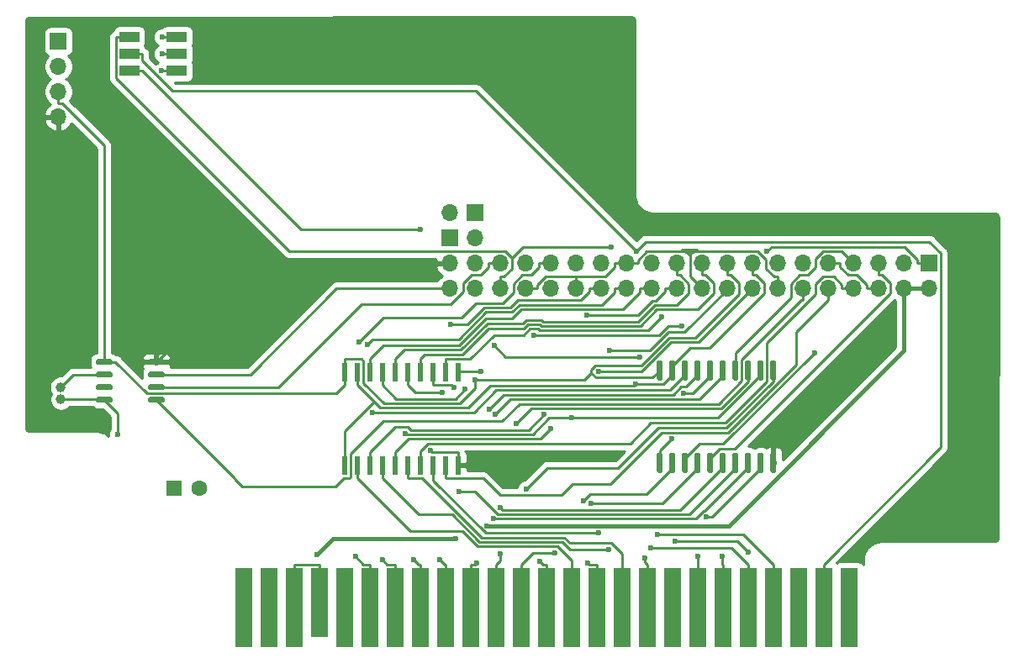
<source format=gbr>
G04 #@! TF.GenerationSoftware,KiCad,Pcbnew,5.1.6~rc1+dfsg1-1*
G04 #@! TF.CreationDate,2020-05-03T13:17:22-07:00*
G04 #@! TF.ProjectId,rpmpv1,72706d70-7631-42e6-9b69-6361645f7063,rev?*
G04 #@! TF.SameCoordinates,Original*
G04 #@! TF.FileFunction,Copper,L1,Top*
G04 #@! TF.FilePolarity,Positive*
%FSLAX46Y46*%
G04 Gerber Fmt 4.6, Leading zero omitted, Abs format (unit mm)*
G04 Created by KiCad (PCBNEW 5.1.6~rc1+dfsg1-1) date 2020-05-03 13:17:22*
%MOMM*%
%LPD*%
G01*
G04 APERTURE LIST*
G04 #@! TA.AperFunction,ComponentPad*
%ADD10O,1.700000X1.700000*%
G04 #@! TD*
G04 #@! TA.AperFunction,ComponentPad*
%ADD11R,1.700000X1.700000*%
G04 #@! TD*
G04 #@! TA.AperFunction,SMDPad,CuDef*
%ADD12R,2.000000X1.100000*%
G04 #@! TD*
G04 #@! TA.AperFunction,SMDPad,CuDef*
%ADD13R,0.600000X1.950000*%
G04 #@! TD*
G04 #@! TA.AperFunction,ConnectorPad*
%ADD14R,1.800000X8.000000*%
G04 #@! TD*
G04 #@! TA.AperFunction,ConnectorPad*
%ADD15R,1.800000X7.000000*%
G04 #@! TD*
G04 #@! TA.AperFunction,ComponentPad*
%ADD16R,1.600000X1.600000*%
G04 #@! TD*
G04 #@! TA.AperFunction,ComponentPad*
%ADD17C,1.600000*%
G04 #@! TD*
G04 #@! TA.AperFunction,SMDPad,CuDef*
%ADD18C,1.000000*%
G04 #@! TD*
G04 #@! TA.AperFunction,ViaPad*
%ADD19C,0.600000*%
G04 #@! TD*
G04 #@! TA.AperFunction,Conductor*
%ADD20C,0.250000*%
G04 #@! TD*
G04 #@! TA.AperFunction,Conductor*
%ADD21C,0.400000*%
G04 #@! TD*
G04 #@! TA.AperFunction,Conductor*
%ADD22C,0.254000*%
G04 #@! TD*
G04 APERTURE END LIST*
D10*
X147764000Y-77673200D03*
X147764000Y-75133200D03*
X150304000Y-77673200D03*
X150304000Y-75133200D03*
X152844000Y-77673200D03*
X152844000Y-75133200D03*
X155384000Y-77673200D03*
X155384000Y-75133200D03*
X157924000Y-77673200D03*
X157924000Y-75133200D03*
X160464000Y-77673200D03*
X160464000Y-75133200D03*
X163004000Y-77673200D03*
X163004000Y-75133200D03*
X165544000Y-77673200D03*
X165544000Y-75133200D03*
X168084000Y-77673200D03*
X168084000Y-75133200D03*
X170624000Y-77673200D03*
X170624000Y-75133200D03*
X173164000Y-77673200D03*
X173164000Y-75133200D03*
X175704000Y-77673200D03*
X175704000Y-75133200D03*
X178244000Y-77673200D03*
X178244000Y-75133200D03*
X180784000Y-77673200D03*
X180784000Y-75133200D03*
X183324000Y-77673200D03*
X183324000Y-75133200D03*
X185864000Y-77673200D03*
X185864000Y-75133200D03*
X188404000Y-77673200D03*
X188404000Y-75133200D03*
X190944000Y-77673200D03*
X190944000Y-75133200D03*
X193484000Y-77673200D03*
X193484000Y-75133200D03*
X196024000Y-77673200D03*
D11*
X196024000Y-75133200D03*
D12*
X115469000Y-52353000D03*
X115469000Y-54053000D03*
X115469000Y-55753000D03*
X120269000Y-55753000D03*
X120269000Y-54053000D03*
X120269000Y-52353000D03*
D11*
X108331000Y-52768500D03*
D10*
X108331000Y-55308500D03*
X108331000Y-57848500D03*
X108331000Y-60388500D03*
D13*
X137160000Y-95505000D03*
X138430000Y-95505000D03*
X139700000Y-95505000D03*
X140970000Y-95505000D03*
X142240000Y-95505000D03*
X143510000Y-95505000D03*
X144780000Y-95505000D03*
X146050000Y-95505000D03*
X147320000Y-95505000D03*
X148590000Y-95505000D03*
X148590000Y-86105000D03*
X147320000Y-86105000D03*
X146050000Y-86105000D03*
X144780000Y-86105000D03*
X143510000Y-86105000D03*
X142240000Y-86105000D03*
X140970000Y-86105000D03*
X139700000Y-86105000D03*
X138430000Y-86105000D03*
X137160000Y-86105000D03*
D14*
X187939840Y-109827440D03*
X185399840Y-109827440D03*
X182859840Y-109827440D03*
X180319840Y-109827440D03*
X177779840Y-109827440D03*
X175239840Y-109827440D03*
X172699840Y-109827440D03*
X170159840Y-109827440D03*
X167619840Y-109827440D03*
X165079840Y-109827440D03*
X162539840Y-109827440D03*
X159999840Y-109827440D03*
X157459840Y-109827440D03*
X154919840Y-109827440D03*
X152379840Y-109827440D03*
X149839840Y-109827440D03*
X147299840Y-109827440D03*
X144759840Y-109827440D03*
X142219840Y-109827440D03*
X139679840Y-109827440D03*
X137139840Y-109827440D03*
D15*
X134594760Y-109334680D03*
D14*
X132059840Y-109827440D03*
X129519840Y-109827440D03*
X126979840Y-109827440D03*
G04 #@! TA.AperFunction,SMDPad,CuDef*
G36*
G01*
X119020000Y-88750000D02*
X119020000Y-89050000D01*
G75*
G02*
X118870000Y-89200000I-150000J0D01*
G01*
X117520000Y-89200000D01*
G75*
G02*
X117370000Y-89050000I0J150000D01*
G01*
X117370000Y-88750000D01*
G75*
G02*
X117520000Y-88600000I150000J0D01*
G01*
X118870000Y-88600000D01*
G75*
G02*
X119020000Y-88750000I0J-150000D01*
G01*
G37*
G04 #@! TD.AperFunction*
G04 #@! TA.AperFunction,SMDPad,CuDef*
G36*
G01*
X119020000Y-87480000D02*
X119020000Y-87780000D01*
G75*
G02*
X118870000Y-87930000I-150000J0D01*
G01*
X117520000Y-87930000D01*
G75*
G02*
X117370000Y-87780000I0J150000D01*
G01*
X117370000Y-87480000D01*
G75*
G02*
X117520000Y-87330000I150000J0D01*
G01*
X118870000Y-87330000D01*
G75*
G02*
X119020000Y-87480000I0J-150000D01*
G01*
G37*
G04 #@! TD.AperFunction*
G04 #@! TA.AperFunction,SMDPad,CuDef*
G36*
G01*
X119020000Y-86210000D02*
X119020000Y-86510000D01*
G75*
G02*
X118870000Y-86660000I-150000J0D01*
G01*
X117520000Y-86660000D01*
G75*
G02*
X117370000Y-86510000I0J150000D01*
G01*
X117370000Y-86210000D01*
G75*
G02*
X117520000Y-86060000I150000J0D01*
G01*
X118870000Y-86060000D01*
G75*
G02*
X119020000Y-86210000I0J-150000D01*
G01*
G37*
G04 #@! TD.AperFunction*
G04 #@! TA.AperFunction,SMDPad,CuDef*
G36*
G01*
X119020000Y-84940000D02*
X119020000Y-85240000D01*
G75*
G02*
X118870000Y-85390000I-150000J0D01*
G01*
X117520000Y-85390000D01*
G75*
G02*
X117370000Y-85240000I0J150000D01*
G01*
X117370000Y-84940000D01*
G75*
G02*
X117520000Y-84790000I150000J0D01*
G01*
X118870000Y-84790000D01*
G75*
G02*
X119020000Y-84940000I0J-150000D01*
G01*
G37*
G04 #@! TD.AperFunction*
G04 #@! TA.AperFunction,SMDPad,CuDef*
G36*
G01*
X113770000Y-84940000D02*
X113770000Y-85240000D01*
G75*
G02*
X113620000Y-85390000I-150000J0D01*
G01*
X112270000Y-85390000D01*
G75*
G02*
X112120000Y-85240000I0J150000D01*
G01*
X112120000Y-84940000D01*
G75*
G02*
X112270000Y-84790000I150000J0D01*
G01*
X113620000Y-84790000D01*
G75*
G02*
X113770000Y-84940000I0J-150000D01*
G01*
G37*
G04 #@! TD.AperFunction*
G04 #@! TA.AperFunction,SMDPad,CuDef*
G36*
G01*
X113770000Y-86210000D02*
X113770000Y-86510000D01*
G75*
G02*
X113620000Y-86660000I-150000J0D01*
G01*
X112270000Y-86660000D01*
G75*
G02*
X112120000Y-86510000I0J150000D01*
G01*
X112120000Y-86210000D01*
G75*
G02*
X112270000Y-86060000I150000J0D01*
G01*
X113620000Y-86060000D01*
G75*
G02*
X113770000Y-86210000I0J-150000D01*
G01*
G37*
G04 #@! TD.AperFunction*
G04 #@! TA.AperFunction,SMDPad,CuDef*
G36*
G01*
X113770000Y-87480000D02*
X113770000Y-87780000D01*
G75*
G02*
X113620000Y-87930000I-150000J0D01*
G01*
X112270000Y-87930000D01*
G75*
G02*
X112120000Y-87780000I0J150000D01*
G01*
X112120000Y-87480000D01*
G75*
G02*
X112270000Y-87330000I150000J0D01*
G01*
X113620000Y-87330000D01*
G75*
G02*
X113770000Y-87480000I0J-150000D01*
G01*
G37*
G04 #@! TD.AperFunction*
G04 #@! TA.AperFunction,SMDPad,CuDef*
G36*
G01*
X113770000Y-88750000D02*
X113770000Y-89050000D01*
G75*
G02*
X113620000Y-89200000I-150000J0D01*
G01*
X112270000Y-89200000D01*
G75*
G02*
X112120000Y-89050000I0J150000D01*
G01*
X112120000Y-88750000D01*
G75*
G02*
X112270000Y-88600000I150000J0D01*
G01*
X113620000Y-88600000D01*
G75*
G02*
X113770000Y-88750000I0J-150000D01*
G01*
G37*
G04 #@! TD.AperFunction*
G04 #@! TA.AperFunction,SMDPad,CuDef*
G36*
G01*
X169060000Y-96275000D02*
X168760000Y-96275000D01*
G75*
G02*
X168610000Y-96125000I0J150000D01*
G01*
X168610000Y-94375000D01*
G75*
G02*
X168760000Y-94225000I150000J0D01*
G01*
X169060000Y-94225000D01*
G75*
G02*
X169210000Y-94375000I0J-150000D01*
G01*
X169210000Y-96125000D01*
G75*
G02*
X169060000Y-96275000I-150000J0D01*
G01*
G37*
G04 #@! TD.AperFunction*
G04 #@! TA.AperFunction,SMDPad,CuDef*
G36*
G01*
X170330000Y-96275000D02*
X170030000Y-96275000D01*
G75*
G02*
X169880000Y-96125000I0J150000D01*
G01*
X169880000Y-94375000D01*
G75*
G02*
X170030000Y-94225000I150000J0D01*
G01*
X170330000Y-94225000D01*
G75*
G02*
X170480000Y-94375000I0J-150000D01*
G01*
X170480000Y-96125000D01*
G75*
G02*
X170330000Y-96275000I-150000J0D01*
G01*
G37*
G04 #@! TD.AperFunction*
G04 #@! TA.AperFunction,SMDPad,CuDef*
G36*
G01*
X171600000Y-96275000D02*
X171300000Y-96275000D01*
G75*
G02*
X171150000Y-96125000I0J150000D01*
G01*
X171150000Y-94375000D01*
G75*
G02*
X171300000Y-94225000I150000J0D01*
G01*
X171600000Y-94225000D01*
G75*
G02*
X171750000Y-94375000I0J-150000D01*
G01*
X171750000Y-96125000D01*
G75*
G02*
X171600000Y-96275000I-150000J0D01*
G01*
G37*
G04 #@! TD.AperFunction*
G04 #@! TA.AperFunction,SMDPad,CuDef*
G36*
G01*
X172870000Y-96275000D02*
X172570000Y-96275000D01*
G75*
G02*
X172420000Y-96125000I0J150000D01*
G01*
X172420000Y-94375000D01*
G75*
G02*
X172570000Y-94225000I150000J0D01*
G01*
X172870000Y-94225000D01*
G75*
G02*
X173020000Y-94375000I0J-150000D01*
G01*
X173020000Y-96125000D01*
G75*
G02*
X172870000Y-96275000I-150000J0D01*
G01*
G37*
G04 #@! TD.AperFunction*
G04 #@! TA.AperFunction,SMDPad,CuDef*
G36*
G01*
X174140000Y-96275000D02*
X173840000Y-96275000D01*
G75*
G02*
X173690000Y-96125000I0J150000D01*
G01*
X173690000Y-94375000D01*
G75*
G02*
X173840000Y-94225000I150000J0D01*
G01*
X174140000Y-94225000D01*
G75*
G02*
X174290000Y-94375000I0J-150000D01*
G01*
X174290000Y-96125000D01*
G75*
G02*
X174140000Y-96275000I-150000J0D01*
G01*
G37*
G04 #@! TD.AperFunction*
G04 #@! TA.AperFunction,SMDPad,CuDef*
G36*
G01*
X175410000Y-96275000D02*
X175110000Y-96275000D01*
G75*
G02*
X174960000Y-96125000I0J150000D01*
G01*
X174960000Y-94375000D01*
G75*
G02*
X175110000Y-94225000I150000J0D01*
G01*
X175410000Y-94225000D01*
G75*
G02*
X175560000Y-94375000I0J-150000D01*
G01*
X175560000Y-96125000D01*
G75*
G02*
X175410000Y-96275000I-150000J0D01*
G01*
G37*
G04 #@! TD.AperFunction*
G04 #@! TA.AperFunction,SMDPad,CuDef*
G36*
G01*
X176680000Y-96275000D02*
X176380000Y-96275000D01*
G75*
G02*
X176230000Y-96125000I0J150000D01*
G01*
X176230000Y-94375000D01*
G75*
G02*
X176380000Y-94225000I150000J0D01*
G01*
X176680000Y-94225000D01*
G75*
G02*
X176830000Y-94375000I0J-150000D01*
G01*
X176830000Y-96125000D01*
G75*
G02*
X176680000Y-96275000I-150000J0D01*
G01*
G37*
G04 #@! TD.AperFunction*
G04 #@! TA.AperFunction,SMDPad,CuDef*
G36*
G01*
X177950000Y-96275000D02*
X177650000Y-96275000D01*
G75*
G02*
X177500000Y-96125000I0J150000D01*
G01*
X177500000Y-94375000D01*
G75*
G02*
X177650000Y-94225000I150000J0D01*
G01*
X177950000Y-94225000D01*
G75*
G02*
X178100000Y-94375000I0J-150000D01*
G01*
X178100000Y-96125000D01*
G75*
G02*
X177950000Y-96275000I-150000J0D01*
G01*
G37*
G04 #@! TD.AperFunction*
G04 #@! TA.AperFunction,SMDPad,CuDef*
G36*
G01*
X179220000Y-96275000D02*
X178920000Y-96275000D01*
G75*
G02*
X178770000Y-96125000I0J150000D01*
G01*
X178770000Y-94375000D01*
G75*
G02*
X178920000Y-94225000I150000J0D01*
G01*
X179220000Y-94225000D01*
G75*
G02*
X179370000Y-94375000I0J-150000D01*
G01*
X179370000Y-96125000D01*
G75*
G02*
X179220000Y-96275000I-150000J0D01*
G01*
G37*
G04 #@! TD.AperFunction*
G04 #@! TA.AperFunction,SMDPad,CuDef*
G36*
G01*
X180490000Y-96275000D02*
X180190000Y-96275000D01*
G75*
G02*
X180040000Y-96125000I0J150000D01*
G01*
X180040000Y-94375000D01*
G75*
G02*
X180190000Y-94225000I150000J0D01*
G01*
X180490000Y-94225000D01*
G75*
G02*
X180640000Y-94375000I0J-150000D01*
G01*
X180640000Y-96125000D01*
G75*
G02*
X180490000Y-96275000I-150000J0D01*
G01*
G37*
G04 #@! TD.AperFunction*
G04 #@! TA.AperFunction,SMDPad,CuDef*
G36*
G01*
X180490000Y-86975000D02*
X180190000Y-86975000D01*
G75*
G02*
X180040000Y-86825000I0J150000D01*
G01*
X180040000Y-85075000D01*
G75*
G02*
X180190000Y-84925000I150000J0D01*
G01*
X180490000Y-84925000D01*
G75*
G02*
X180640000Y-85075000I0J-150000D01*
G01*
X180640000Y-86825000D01*
G75*
G02*
X180490000Y-86975000I-150000J0D01*
G01*
G37*
G04 #@! TD.AperFunction*
G04 #@! TA.AperFunction,SMDPad,CuDef*
G36*
G01*
X179220000Y-86975000D02*
X178920000Y-86975000D01*
G75*
G02*
X178770000Y-86825000I0J150000D01*
G01*
X178770000Y-85075000D01*
G75*
G02*
X178920000Y-84925000I150000J0D01*
G01*
X179220000Y-84925000D01*
G75*
G02*
X179370000Y-85075000I0J-150000D01*
G01*
X179370000Y-86825000D01*
G75*
G02*
X179220000Y-86975000I-150000J0D01*
G01*
G37*
G04 #@! TD.AperFunction*
G04 #@! TA.AperFunction,SMDPad,CuDef*
G36*
G01*
X177950000Y-86975000D02*
X177650000Y-86975000D01*
G75*
G02*
X177500000Y-86825000I0J150000D01*
G01*
X177500000Y-85075000D01*
G75*
G02*
X177650000Y-84925000I150000J0D01*
G01*
X177950000Y-84925000D01*
G75*
G02*
X178100000Y-85075000I0J-150000D01*
G01*
X178100000Y-86825000D01*
G75*
G02*
X177950000Y-86975000I-150000J0D01*
G01*
G37*
G04 #@! TD.AperFunction*
G04 #@! TA.AperFunction,SMDPad,CuDef*
G36*
G01*
X176680000Y-86975000D02*
X176380000Y-86975000D01*
G75*
G02*
X176230000Y-86825000I0J150000D01*
G01*
X176230000Y-85075000D01*
G75*
G02*
X176380000Y-84925000I150000J0D01*
G01*
X176680000Y-84925000D01*
G75*
G02*
X176830000Y-85075000I0J-150000D01*
G01*
X176830000Y-86825000D01*
G75*
G02*
X176680000Y-86975000I-150000J0D01*
G01*
G37*
G04 #@! TD.AperFunction*
G04 #@! TA.AperFunction,SMDPad,CuDef*
G36*
G01*
X175410000Y-86975000D02*
X175110000Y-86975000D01*
G75*
G02*
X174960000Y-86825000I0J150000D01*
G01*
X174960000Y-85075000D01*
G75*
G02*
X175110000Y-84925000I150000J0D01*
G01*
X175410000Y-84925000D01*
G75*
G02*
X175560000Y-85075000I0J-150000D01*
G01*
X175560000Y-86825000D01*
G75*
G02*
X175410000Y-86975000I-150000J0D01*
G01*
G37*
G04 #@! TD.AperFunction*
G04 #@! TA.AperFunction,SMDPad,CuDef*
G36*
G01*
X174140000Y-86975000D02*
X173840000Y-86975000D01*
G75*
G02*
X173690000Y-86825000I0J150000D01*
G01*
X173690000Y-85075000D01*
G75*
G02*
X173840000Y-84925000I150000J0D01*
G01*
X174140000Y-84925000D01*
G75*
G02*
X174290000Y-85075000I0J-150000D01*
G01*
X174290000Y-86825000D01*
G75*
G02*
X174140000Y-86975000I-150000J0D01*
G01*
G37*
G04 #@! TD.AperFunction*
G04 #@! TA.AperFunction,SMDPad,CuDef*
G36*
G01*
X172870000Y-86975000D02*
X172570000Y-86975000D01*
G75*
G02*
X172420000Y-86825000I0J150000D01*
G01*
X172420000Y-85075000D01*
G75*
G02*
X172570000Y-84925000I150000J0D01*
G01*
X172870000Y-84925000D01*
G75*
G02*
X173020000Y-85075000I0J-150000D01*
G01*
X173020000Y-86825000D01*
G75*
G02*
X172870000Y-86975000I-150000J0D01*
G01*
G37*
G04 #@! TD.AperFunction*
G04 #@! TA.AperFunction,SMDPad,CuDef*
G36*
G01*
X171600000Y-86975000D02*
X171300000Y-86975000D01*
G75*
G02*
X171150000Y-86825000I0J150000D01*
G01*
X171150000Y-85075000D01*
G75*
G02*
X171300000Y-84925000I150000J0D01*
G01*
X171600000Y-84925000D01*
G75*
G02*
X171750000Y-85075000I0J-150000D01*
G01*
X171750000Y-86825000D01*
G75*
G02*
X171600000Y-86975000I-150000J0D01*
G01*
G37*
G04 #@! TD.AperFunction*
G04 #@! TA.AperFunction,SMDPad,CuDef*
G36*
G01*
X170330000Y-86975000D02*
X170030000Y-86975000D01*
G75*
G02*
X169880000Y-86825000I0J150000D01*
G01*
X169880000Y-85075000D01*
G75*
G02*
X170030000Y-84925000I150000J0D01*
G01*
X170330000Y-84925000D01*
G75*
G02*
X170480000Y-85075000I0J-150000D01*
G01*
X170480000Y-86825000D01*
G75*
G02*
X170330000Y-86975000I-150000J0D01*
G01*
G37*
G04 #@! TD.AperFunction*
G04 #@! TA.AperFunction,SMDPad,CuDef*
G36*
G01*
X169060000Y-86975000D02*
X168760000Y-86975000D01*
G75*
G02*
X168610000Y-86825000I0J150000D01*
G01*
X168610000Y-85075000D01*
G75*
G02*
X168760000Y-84925000I150000J0D01*
G01*
X169060000Y-84925000D01*
G75*
G02*
X169210000Y-85075000I0J-150000D01*
G01*
X169210000Y-86825000D01*
G75*
G02*
X169060000Y-86975000I-150000J0D01*
G01*
G37*
G04 #@! TD.AperFunction*
D11*
X147760000Y-72594500D03*
D10*
X150300000Y-72594500D03*
X147760000Y-70054500D03*
D11*
X150300000Y-70054500D03*
D16*
X120015000Y-97790000D03*
D17*
X122515000Y-97790000D03*
D18*
X108585000Y-87630000D03*
X108595160Y-88866980D03*
D19*
X145806600Y-94001700D03*
X131339700Y-80111600D03*
X180340000Y-93677200D03*
X151506300Y-101582800D03*
X148314500Y-102912300D03*
X134354000Y-104515000D03*
X138614200Y-83116100D03*
X139974900Y-90155200D03*
X171298000Y-88204700D03*
X139433400Y-83344400D03*
X148686200Y-98126100D03*
X173606200Y-100686700D03*
X147870800Y-81283100D03*
X184481100Y-84154900D03*
X143257000Y-92269400D03*
X160029600Y-90728500D03*
X170452800Y-103108100D03*
X177829600Y-104253100D03*
X168640800Y-102482800D03*
X168002600Y-103854200D03*
X175214700Y-104638800D03*
X172701900Y-104660900D03*
X163786800Y-103967600D03*
X150849900Y-86052700D03*
X167370800Y-104875200D03*
X162735700Y-102329200D03*
X161974400Y-99347300D03*
X161638300Y-105306000D03*
X161174000Y-99084100D03*
X149268900Y-87846800D03*
X148140400Y-87609400D03*
X147012500Y-88175900D03*
X156822200Y-105210800D03*
X155439700Y-97872200D03*
X158307600Y-104311400D03*
X154454600Y-91271900D03*
X152305700Y-90395200D03*
X152820200Y-104386700D03*
X151698500Y-89850100D03*
X152151800Y-100882400D03*
X150473600Y-105309500D03*
X152833700Y-99749300D03*
X146738500Y-105005100D03*
X144127000Y-105042400D03*
X140976600Y-105042100D03*
X138269400Y-104707900D03*
X150312300Y-86854700D03*
X179668700Y-73944600D03*
X169109700Y-80521300D03*
X157243600Y-90380500D03*
X157904200Y-91794800D03*
X166541500Y-73923900D03*
X162706200Y-86048900D03*
X163850600Y-83944400D03*
X156211900Y-82368200D03*
X171147300Y-81441800D03*
X118727400Y-55770400D03*
X118765300Y-54053000D03*
X118767400Y-52353000D03*
X164051600Y-73527900D03*
X144789600Y-71732100D03*
X161526800Y-80391900D03*
X170071300Y-92830300D03*
X166468400Y-87301000D03*
X152199400Y-83428500D03*
X166877500Y-84569700D03*
X114307500Y-92375000D03*
D20*
X148590000Y-94204700D02*
X146009600Y-94204700D01*
X146009600Y-94204700D02*
X145806600Y-94001700D01*
X148590000Y-95505000D02*
X148590000Y-94204700D01*
X160464000Y-76497900D02*
X163379700Y-76497900D01*
X163379700Y-76497900D02*
X164368700Y-75508900D01*
X164368700Y-75508900D02*
X164368700Y-75133200D01*
X156559300Y-77673200D02*
X156559300Y-77305800D01*
X156559300Y-77305800D02*
X157367200Y-76497900D01*
X157367200Y-76497900D02*
X160464000Y-76497900D01*
X160464000Y-77673200D02*
X160464000Y-76497900D01*
X155384000Y-77673200D02*
X156559300Y-77673200D01*
X171973400Y-73952200D02*
X167600200Y-73952200D01*
X167600200Y-73952200D02*
X166719300Y-74833100D01*
X166719300Y-74833100D02*
X166719300Y-75133200D01*
X180784000Y-76497900D02*
X180416600Y-76497900D01*
X180416600Y-76497900D02*
X179608700Y-75690000D01*
X179608700Y-75690000D02*
X179608700Y-74793500D01*
X179608700Y-74793500D02*
X178767400Y-73952200D01*
X178767400Y-73952200D02*
X171973400Y-73952200D01*
X171973400Y-73952200D02*
X171973400Y-76482600D01*
X171973400Y-76482600D02*
X173164000Y-77673200D01*
X165544000Y-75133200D02*
X166719300Y-75133200D01*
X180784000Y-77673200D02*
X180784000Y-76497900D01*
X131339700Y-80111600D02*
X136318100Y-75133200D01*
X136318100Y-75133200D02*
X146588700Y-75133200D01*
X147764000Y-75133200D02*
X146588700Y-75133200D01*
X164956400Y-75133200D02*
X165544000Y-75133200D01*
X164956400Y-75133200D02*
X164368700Y-75133200D01*
X118195000Y-85090000D02*
X123173400Y-80111600D01*
X123173400Y-80111600D02*
X131339700Y-80111600D01*
X180340000Y-95250000D02*
X180340000Y-93677200D01*
X185864000Y-75133200D02*
X187039300Y-75133200D01*
X190944000Y-77673200D02*
X189768700Y-77673200D01*
X189768700Y-77673200D02*
X189768700Y-77305800D01*
X189768700Y-77305800D02*
X188771400Y-76308500D01*
X188771400Y-76308500D02*
X187847200Y-76308500D01*
X187847200Y-76308500D02*
X187039300Y-75500600D01*
X187039300Y-75500600D02*
X187039300Y-75133200D01*
D21*
X151506300Y-101582800D02*
X175822000Y-101582800D01*
X175822000Y-101582800D02*
X193484000Y-83920800D01*
X193484000Y-83920800D02*
X193484000Y-77673200D01*
X134354000Y-104515000D02*
X135956700Y-102912300D01*
X135956700Y-102912300D02*
X148314500Y-102912300D01*
X193484000Y-77673200D02*
X194773700Y-77673200D01*
X196024000Y-77673200D02*
X194773700Y-77673200D01*
D20*
X190944000Y-75133200D02*
X190944000Y-76308500D01*
X190944000Y-76308500D02*
X191311300Y-76308500D01*
X191311300Y-76308500D02*
X192134600Y-77131800D01*
X192134600Y-77131800D02*
X192134600Y-78148500D01*
X192134600Y-78148500D02*
X176429200Y-93853900D01*
X176429200Y-93853900D02*
X174916000Y-93853900D01*
X174916000Y-93853900D02*
X173990000Y-94779900D01*
X173990000Y-94779900D02*
X173990000Y-95250000D01*
X176530000Y-85950000D02*
X176530000Y-84187900D01*
X176530000Y-84187900D02*
X182112100Y-78605800D01*
X182112100Y-78605800D02*
X182112100Y-77213300D01*
X182112100Y-77213300D02*
X183016800Y-76308600D01*
X183016800Y-76308600D02*
X183849600Y-76308600D01*
X183849600Y-76308600D02*
X184594000Y-75564200D01*
X184594000Y-75564200D02*
X184594000Y-74691700D01*
X184594000Y-74691700D02*
X185363100Y-73922600D01*
X185363100Y-73922600D02*
X187193400Y-73922600D01*
X187193400Y-73922600D02*
X188404000Y-75133200D01*
X171450000Y-85950000D02*
X171450000Y-86377300D01*
X171450000Y-86377300D02*
X169900900Y-87926400D01*
X169900900Y-87926400D02*
X152426400Y-87926400D01*
X152426400Y-87926400D02*
X150197600Y-90155200D01*
X150197600Y-90155200D02*
X139974900Y-90155200D01*
X156748700Y-75133200D02*
X156748700Y-75500600D01*
X156748700Y-75500600D02*
X155940800Y-76308500D01*
X155940800Y-76308500D02*
X155064500Y-76308500D01*
X155064500Y-76308500D02*
X154147400Y-77225600D01*
X154147400Y-77225600D02*
X154147400Y-78104800D01*
X154147400Y-78104800D02*
X153101900Y-79150300D01*
X153101900Y-79150300D02*
X150393700Y-79150300D01*
X150393700Y-79150300D02*
X148897900Y-80646100D01*
X148897900Y-80646100D02*
X141084200Y-80646100D01*
X141084200Y-80646100D02*
X138614200Y-83116100D01*
X157924000Y-75133200D02*
X156748700Y-75133200D01*
X164368700Y-77673200D02*
X164368700Y-78040600D01*
X164368700Y-78040600D02*
X163093000Y-79316300D01*
X163093000Y-79316300D02*
X154766100Y-79316300D01*
X154766100Y-79316300D02*
X154031400Y-80051000D01*
X154031400Y-80051000D02*
X151403700Y-80051000D01*
X151403700Y-80051000D02*
X148651600Y-82803100D01*
X148651600Y-82803100D02*
X139974700Y-82803100D01*
X139974700Y-82803100D02*
X139433400Y-83344400D01*
X173990000Y-85950000D02*
X173990000Y-86431700D01*
X173990000Y-86431700D02*
X172217000Y-88204700D01*
X172217000Y-88204700D02*
X171298000Y-88204700D01*
X165544000Y-77673200D02*
X164368700Y-77673200D01*
X176530000Y-95250000D02*
X176530000Y-95745800D01*
X176530000Y-95745800D02*
X171843800Y-100432000D01*
X171843800Y-100432000D02*
X152608600Y-100432000D01*
X152608600Y-100432000D02*
X150302700Y-98126100D01*
X150302700Y-98126100D02*
X148686200Y-98126100D01*
X161828700Y-77673200D02*
X161828700Y-77975000D01*
X161828700Y-77975000D02*
X160937700Y-78866000D01*
X160937700Y-78866000D02*
X154579500Y-78866000D01*
X154579500Y-78866000D02*
X153844800Y-79600700D01*
X153844800Y-79600700D02*
X151217000Y-79600700D01*
X151217000Y-79600700D02*
X149534600Y-81283100D01*
X149534600Y-81283100D02*
X147870800Y-81283100D01*
X179070000Y-95250000D02*
X179070000Y-95756600D01*
X179070000Y-95756600D02*
X174139900Y-100686700D01*
X174139900Y-100686700D02*
X173606200Y-100686700D01*
X163004000Y-77673200D02*
X161828700Y-77673200D01*
X184481100Y-84154900D02*
X175287000Y-93349000D01*
X175287000Y-93349000D02*
X172889200Y-93349000D01*
X172889200Y-93349000D02*
X171450000Y-94788200D01*
X171450000Y-94788200D02*
X171450000Y-95250000D01*
X143257000Y-92269400D02*
X143377100Y-92389500D01*
X143377100Y-92389500D02*
X156119000Y-92389500D01*
X156119000Y-92389500D02*
X157780000Y-90728500D01*
X157780000Y-90728500D02*
X160029600Y-90728500D01*
X179070000Y-85950000D02*
X179070000Y-86394000D01*
X179070000Y-86394000D02*
X174735500Y-90728500D01*
X174735500Y-90728500D02*
X160029600Y-90728500D01*
X177829600Y-104253100D02*
X176684600Y-103108100D01*
X176684600Y-103108100D02*
X170452800Y-103108100D01*
X180319800Y-105502100D02*
X177300500Y-102482800D01*
X177300500Y-102482800D02*
X168640800Y-102482800D01*
X180319800Y-109827400D02*
X180319800Y-105502100D01*
X177779800Y-105502100D02*
X176131900Y-103854200D01*
X176131900Y-103854200D02*
X168002600Y-103854200D01*
X177779800Y-109827400D02*
X177779800Y-105502100D01*
X175239800Y-109827400D02*
X175239800Y-105502100D01*
X175239800Y-105502100D02*
X175214700Y-105477000D01*
X175214700Y-105477000D02*
X175214700Y-104638800D01*
X172699800Y-109827400D02*
X172699800Y-105502100D01*
X172699800Y-105502100D02*
X172701900Y-105500000D01*
X172701900Y-105500000D02*
X172701900Y-104660900D01*
X140970000Y-96805300D02*
X144622900Y-100458200D01*
X144622900Y-100458200D02*
X147974700Y-100458200D01*
X147974700Y-100458200D02*
X150746300Y-103229800D01*
X150746300Y-103229800D02*
X159103700Y-103229800D01*
X159103700Y-103229800D02*
X159841500Y-103967600D01*
X159841500Y-103967600D02*
X163786800Y-103967600D01*
X140970000Y-95505000D02*
X140970000Y-96805300D01*
X148590000Y-86105000D02*
X148642300Y-86052700D01*
X148642300Y-86052700D02*
X150849900Y-86052700D01*
X167619800Y-109827400D02*
X167619800Y-105502100D01*
X167619800Y-105502100D02*
X167370800Y-105253100D01*
X167370800Y-105253100D02*
X167370800Y-104875200D01*
X146050000Y-96805300D02*
X146050000Y-97026400D01*
X146050000Y-97026400D02*
X151352800Y-102329200D01*
X151352800Y-102329200D02*
X162735700Y-102329200D01*
X146050000Y-95505000D02*
X146050000Y-96805300D01*
X143510000Y-96805300D02*
X144958700Y-96805300D01*
X144958700Y-96805300D02*
X150932900Y-102779500D01*
X150932900Y-102779500D02*
X159290300Y-102779500D01*
X159290300Y-102779500D02*
X159837100Y-103326300D01*
X159837100Y-103326300D02*
X164029900Y-103326300D01*
X164029900Y-103326300D02*
X165079800Y-104376200D01*
X165079800Y-104376200D02*
X165079800Y-105502100D01*
X165079800Y-109827400D02*
X165079800Y-105502100D01*
X143510000Y-95505000D02*
X143510000Y-96805300D01*
X172720000Y-95250000D02*
X172720000Y-95770000D01*
X172720000Y-95770000D02*
X169142700Y-99347300D01*
X169142700Y-99347300D02*
X161974400Y-99347300D01*
X170180000Y-95250000D02*
X170180000Y-95756700D01*
X170180000Y-95756700D02*
X167536900Y-98399800D01*
X167536900Y-98399800D02*
X161858300Y-98399800D01*
X161858300Y-98399800D02*
X161174000Y-99084100D01*
X161638300Y-105306000D02*
X161834400Y-105502100D01*
X161834400Y-105502100D02*
X162539800Y-105502100D01*
X162539800Y-109827400D02*
X162539800Y-105502100D01*
X149268900Y-87846800D02*
X148314500Y-88801200D01*
X148314500Y-88801200D02*
X142365900Y-88801200D01*
X142365900Y-88801200D02*
X140970000Y-87405300D01*
X140970000Y-86105000D02*
X140970000Y-87405300D01*
X138430000Y-96805300D02*
X143762200Y-102137500D01*
X143762200Y-102137500D02*
X149017100Y-102137500D01*
X149017100Y-102137500D02*
X150559700Y-103680100D01*
X150559700Y-103680100D02*
X158560700Y-103680100D01*
X158560700Y-103680100D02*
X159999800Y-105119200D01*
X159999800Y-105119200D02*
X159999800Y-105502100D01*
X138430000Y-95505000D02*
X138430000Y-96805300D01*
X159999800Y-109827400D02*
X159999800Y-105502100D01*
X146050000Y-87405300D02*
X147936300Y-87405300D01*
X147936300Y-87405300D02*
X148140400Y-87609400D01*
X146050000Y-86105000D02*
X146050000Y-87405300D01*
X147012500Y-88175900D02*
X144280600Y-88175900D01*
X144280600Y-88175900D02*
X143510000Y-87405300D01*
X157459800Y-105502100D02*
X157113500Y-105502100D01*
X157113500Y-105502100D02*
X156822200Y-105210800D01*
X157459800Y-109827400D02*
X157459800Y-105502100D01*
X143510000Y-86105000D02*
X143510000Y-87405300D01*
X180340000Y-85950000D02*
X180340000Y-87019400D01*
X180340000Y-87019400D02*
X175637200Y-91722200D01*
X175637200Y-91722200D02*
X168727500Y-91722200D01*
X168727500Y-91722200D02*
X164710000Y-95739700D01*
X164710000Y-95739700D02*
X157572200Y-95739700D01*
X157572200Y-95739700D02*
X155439700Y-97872200D01*
X177800000Y-85950000D02*
X177800000Y-87020300D01*
X177800000Y-87020300D02*
X175065100Y-89755200D01*
X175065100Y-89755200D02*
X155971300Y-89755200D01*
X155971300Y-89755200D02*
X154454600Y-91271900D01*
X158307600Y-104311400D02*
X156110500Y-104311400D01*
X156110500Y-104311400D02*
X154919800Y-105502100D01*
X154919800Y-109827400D02*
X154919800Y-105502100D01*
X175260000Y-85950000D02*
X175260000Y-86456600D01*
X175260000Y-86456600D02*
X172862000Y-88854600D01*
X172862000Y-88854600D02*
X153846300Y-88854600D01*
X153846300Y-88854600D02*
X152305700Y-90395200D01*
X172720000Y-85950000D02*
X172720000Y-86399100D01*
X172720000Y-86399100D02*
X171539700Y-87579400D01*
X171539700Y-87579400D02*
X171039000Y-87579400D01*
X171039000Y-87579400D02*
X170241700Y-88376700D01*
X170241700Y-88376700D02*
X153171900Y-88376700D01*
X153171900Y-88376700D02*
X151698500Y-89850100D01*
X152379800Y-109827400D02*
X152379800Y-105502100D01*
X152379800Y-105502100D02*
X152820200Y-105061700D01*
X152820200Y-105061700D02*
X152820200Y-104386700D01*
X152151800Y-100882400D02*
X172526200Y-100882400D01*
X172526200Y-100882400D02*
X173347200Y-100061400D01*
X173347200Y-100061400D02*
X173443200Y-100061400D01*
X173443200Y-100061400D02*
X177800000Y-95704600D01*
X177800000Y-95704600D02*
X177800000Y-95250000D01*
X175260000Y-95250000D02*
X175260000Y-95677300D01*
X175260000Y-95677300D02*
X170964700Y-99972600D01*
X170964700Y-99972600D02*
X153057000Y-99972600D01*
X153057000Y-99972600D02*
X152833700Y-99749300D01*
X150473600Y-105309500D02*
X150281000Y-105502100D01*
X150281000Y-105502100D02*
X149839800Y-105502100D01*
X149839800Y-109827400D02*
X149839800Y-105502100D01*
X147299800Y-105502100D02*
X147235500Y-105502100D01*
X147235500Y-105502100D02*
X146738500Y-105005100D01*
X147299800Y-109827400D02*
X147299800Y-105502100D01*
X144759800Y-105502100D02*
X144586700Y-105502100D01*
X144586700Y-105502100D02*
X144127000Y-105042400D01*
X144759800Y-109827400D02*
X144759800Y-105502100D01*
X142219800Y-109827400D02*
X142219800Y-105502100D01*
X142219800Y-105502100D02*
X141436600Y-105502100D01*
X141436600Y-105502100D02*
X140976600Y-105042100D01*
X139679800Y-109827400D02*
X139679800Y-105502100D01*
X139679800Y-105502100D02*
X139063600Y-105502100D01*
X139063600Y-105502100D02*
X138269400Y-104707900D01*
X161954700Y-86181700D02*
X162447200Y-86674200D01*
X162447200Y-86674200D02*
X168185800Y-86674200D01*
X168185800Y-86674200D02*
X168910000Y-85950000D01*
X175704000Y-76308500D02*
X176071400Y-76308500D01*
X176071400Y-76308500D02*
X176879300Y-77116400D01*
X176879300Y-77116400D02*
X176879300Y-78214400D01*
X176879300Y-78214400D02*
X172466200Y-82627500D01*
X172466200Y-82627500D02*
X169874700Y-82627500D01*
X169874700Y-82627500D02*
X167078700Y-85423500D01*
X167078700Y-85423500D02*
X162419000Y-85423500D01*
X162419000Y-85423500D02*
X161954700Y-85887800D01*
X161954700Y-85887800D02*
X161954700Y-86181700D01*
X161954700Y-86181700D02*
X161281700Y-86854700D01*
X161281700Y-86854700D02*
X150312300Y-86854700D01*
X150312300Y-86854700D02*
X150312300Y-87692700D01*
X150312300Y-87692700D02*
X148753100Y-89251900D01*
X148753100Y-89251900D02*
X141111600Y-89251900D01*
X141111600Y-89251900D02*
X139067000Y-87207300D01*
X139067000Y-87207300D02*
X139067000Y-84984400D01*
X139067000Y-84984400D02*
X138887300Y-84804700D01*
X138887300Y-84804700D02*
X137160000Y-84804700D01*
X112945000Y-85090000D02*
X114071600Y-85090000D01*
X114071600Y-85090000D02*
X117246600Y-88265000D01*
X117246600Y-88265000D02*
X136300300Y-88265000D01*
X136300300Y-88265000D02*
X137160000Y-87405300D01*
X112945000Y-85090000D02*
X112945000Y-63270500D01*
X112945000Y-63270500D02*
X108698300Y-59023800D01*
X108698300Y-59023800D02*
X108331000Y-59023800D01*
X137160000Y-86105000D02*
X137160000Y-87405300D01*
X137160000Y-86105000D02*
X137160000Y-84804700D01*
X194848700Y-75133200D02*
X194848700Y-74765900D01*
X194848700Y-74765900D02*
X193555000Y-73472200D01*
X193555000Y-73472200D02*
X180141100Y-73472200D01*
X180141100Y-73472200D02*
X179668700Y-73944600D01*
X175704000Y-75133200D02*
X175704000Y-76308500D01*
X196024000Y-75133200D02*
X194848700Y-75133200D01*
X108331000Y-57848500D02*
X108331000Y-59023800D01*
X166908700Y-77673200D02*
X166908700Y-78040500D01*
X166908700Y-78040500D02*
X165182600Y-79766600D01*
X165182600Y-79766600D02*
X154952700Y-79766600D01*
X154952700Y-79766600D02*
X153992800Y-80726500D01*
X153992800Y-80726500D02*
X151365100Y-80726500D01*
X151365100Y-80726500D02*
X148678800Y-83412800D01*
X148678800Y-83412800D02*
X141091900Y-83412800D01*
X141091900Y-83412800D02*
X139700000Y-84804700D01*
X139700000Y-86105000D02*
X139700000Y-84804700D01*
X168084000Y-77673200D02*
X166908700Y-77673200D01*
X169109700Y-80521300D02*
X167713100Y-81917900D01*
X167713100Y-81917900D02*
X156785400Y-81917900D01*
X156785400Y-81917900D02*
X156608500Y-81741000D01*
X156608500Y-81741000D02*
X155815500Y-81741000D01*
X155815500Y-81741000D02*
X155193600Y-82362900D01*
X155193600Y-82362900D02*
X152247200Y-82362900D01*
X152247200Y-82362900D02*
X149805400Y-84804700D01*
X149805400Y-84804700D02*
X147320000Y-84804700D01*
X147320000Y-86105000D02*
X147320000Y-84804700D01*
X185864000Y-78848500D02*
X182674500Y-82038000D01*
X182674500Y-82038000D02*
X182674500Y-85324600D01*
X182674500Y-85324600D02*
X175813500Y-92185600D01*
X175813500Y-92185600D02*
X169109200Y-92185600D01*
X169109200Y-92185600D02*
X163914800Y-97380000D01*
X163914800Y-97380000D02*
X160100500Y-97380000D01*
X160100500Y-97380000D02*
X158980200Y-98500300D01*
X158980200Y-98500300D02*
X152814800Y-98500300D01*
X152814800Y-98500300D02*
X151119800Y-96805300D01*
X151119800Y-96805300D02*
X147320000Y-96805300D01*
X185864000Y-77673200D02*
X185864000Y-78848500D01*
X147320000Y-95505000D02*
X147320000Y-96805300D01*
X139700000Y-95505000D02*
X139700000Y-94204700D01*
X139700000Y-94204700D02*
X142273700Y-91631000D01*
X142273700Y-91631000D02*
X143519600Y-91631000D01*
X143519600Y-91631000D02*
X143827800Y-91939200D01*
X143827800Y-91939200D02*
X155684900Y-91939200D01*
X155684900Y-91939200D02*
X157243600Y-90380500D01*
X142240000Y-94204700D02*
X143604900Y-92839800D01*
X143604900Y-92839800D02*
X156859200Y-92839800D01*
X156859200Y-92839800D02*
X157904200Y-91794800D01*
X142240000Y-95505000D02*
X142240000Y-94204700D01*
X187228700Y-77673200D02*
X187228700Y-77305800D01*
X187228700Y-77305800D02*
X186420800Y-76497900D01*
X186420800Y-76497900D02*
X185347400Y-76497900D01*
X185347400Y-76497900D02*
X184611900Y-77233400D01*
X184611900Y-77233400D02*
X184611900Y-78285500D01*
X184611900Y-78285500D02*
X179704800Y-83192600D01*
X179704800Y-83192600D02*
X179704800Y-87017700D01*
X179704800Y-87017700D02*
X175505200Y-91217300D01*
X175505200Y-91217300D02*
X168013300Y-91217300D01*
X168013300Y-91217300D02*
X165940500Y-93290100D01*
X165940500Y-93290100D02*
X145594300Y-93290100D01*
X145594300Y-93290100D02*
X144780000Y-94104400D01*
X144780000Y-94104400D02*
X144780000Y-94204700D01*
X188404000Y-77673200D02*
X187228700Y-77673200D01*
X144780000Y-95505000D02*
X144780000Y-94204700D01*
X166541500Y-73923900D02*
X150369200Y-57751600D01*
X150369200Y-57751600D02*
X119792900Y-57751600D01*
X119792900Y-57751600D02*
X116794300Y-54753000D01*
X116794300Y-54753000D02*
X116794300Y-54053000D01*
X185399800Y-105502100D02*
X197204900Y-93697000D01*
X197204900Y-93697000D02*
X197204900Y-74139300D01*
X197204900Y-74139300D02*
X196040700Y-72975100D01*
X196040700Y-72975100D02*
X167490300Y-72975100D01*
X167490300Y-72975100D02*
X166541500Y-73923900D01*
X185399800Y-109827400D02*
X185399800Y-105502100D01*
X115469000Y-54053000D02*
X116794300Y-54053000D01*
X134594800Y-109334700D02*
X134594800Y-105509400D01*
X132059800Y-109827400D02*
X132059800Y-105502100D01*
X132059800Y-105502100D02*
X134587500Y-105502100D01*
X134587500Y-105502100D02*
X134594800Y-105509400D01*
X183324000Y-78848500D02*
X183184400Y-78848500D01*
X183184400Y-78848500D02*
X177165000Y-84867900D01*
X177165000Y-84867900D02*
X177165000Y-87012700D01*
X177165000Y-87012700D02*
X174872800Y-89304900D01*
X174872800Y-89304900D02*
X154800100Y-89304900D01*
X154800100Y-89304900D02*
X153044000Y-91061000D01*
X153044000Y-91061000D02*
X141083500Y-91061000D01*
X141083500Y-91061000D02*
X137785400Y-94359100D01*
X137785400Y-94359100D02*
X137785400Y-96656900D01*
X137785400Y-96656900D02*
X137636900Y-96805400D01*
X126100400Y-96805400D02*
X118195000Y-88900000D01*
X183324000Y-77673200D02*
X183324000Y-78848500D01*
X126100400Y-96805400D02*
X126100400Y-96890400D01*
X126100400Y-96890400D02*
X126873000Y-97663000D01*
X136206800Y-97663000D02*
X137064400Y-96805400D01*
X126873000Y-97663000D02*
X136206800Y-97663000D01*
X137636900Y-96805400D02*
X137064400Y-96805400D01*
X162706200Y-86048900D02*
X167090200Y-86048900D01*
X167090200Y-86048900D02*
X170061300Y-83077800D01*
X170061300Y-83077800D02*
X172839400Y-83077800D01*
X172839400Y-83077800D02*
X178244000Y-77673200D01*
X175704000Y-77673200D02*
X175704000Y-77789200D01*
X175704000Y-77789200D02*
X171408800Y-82084400D01*
X171408800Y-82084400D02*
X169780900Y-82084400D01*
X169780900Y-82084400D02*
X167920900Y-83944400D01*
X167920900Y-83944400D02*
X163850600Y-83944400D01*
X118195000Y-87630000D02*
X130504000Y-87630000D01*
X130504000Y-87630000D02*
X138886100Y-79247900D01*
X138886100Y-79247900D02*
X147853900Y-79247900D01*
X147853900Y-79247900D02*
X149128600Y-77973200D01*
X149128600Y-77973200D02*
X149128600Y-77147600D01*
X149128600Y-77147600D02*
X149967700Y-76308500D01*
X149967700Y-76308500D02*
X150860800Y-76308500D01*
X150860800Y-76308500D02*
X151668700Y-75500600D01*
X151668700Y-75500600D02*
X151668700Y-75133200D01*
X152844000Y-75133200D02*
X151668700Y-75133200D01*
X156211900Y-82368200D02*
X168860200Y-82368200D01*
X168860200Y-82368200D02*
X169786600Y-81441800D01*
X169786600Y-81441800D02*
X171147300Y-81441800D01*
X120269000Y-55753000D02*
X118943700Y-55753000D01*
X118943700Y-55753000D02*
X118926300Y-55770400D01*
X118926300Y-55770400D02*
X118727400Y-55770400D01*
X118943700Y-54053000D02*
X118765300Y-54053000D01*
X120269000Y-54053000D02*
X118943700Y-54053000D01*
X120269000Y-52353000D02*
X118767400Y-52353000D01*
X114143700Y-52353000D02*
X114143700Y-56511700D01*
X114143700Y-56511700D02*
X131574200Y-73942200D01*
X131574200Y-73942200D02*
X153356800Y-73942200D01*
X153356800Y-73942200D02*
X154019300Y-74604700D01*
X164051600Y-73527900D02*
X155096100Y-73527900D01*
X155096100Y-73527900D02*
X154019300Y-74604700D01*
X154019300Y-74604700D02*
X154019300Y-75690000D01*
X154019300Y-75690000D02*
X153211400Y-76497900D01*
X153211400Y-76497900D02*
X152844000Y-76497900D01*
X115469000Y-52353000D02*
X114143700Y-52353000D01*
X152844000Y-77673200D02*
X152844000Y-76497900D01*
X169448700Y-77673200D02*
X169448700Y-77978700D01*
X169448700Y-77978700D02*
X168516600Y-78910800D01*
X168516600Y-78910800D02*
X168173500Y-78910800D01*
X168173500Y-78910800D02*
X166692400Y-80391900D01*
X166692400Y-80391900D02*
X161526800Y-80391900D01*
X116794300Y-55753000D02*
X132773300Y-71732000D01*
X132773300Y-71732000D02*
X144789600Y-71732000D01*
X144789600Y-71732000D02*
X144789600Y-71732100D01*
X115469000Y-55753000D02*
X116794300Y-55753000D01*
X170624000Y-77673200D02*
X169448700Y-77673200D01*
X118195000Y-86360000D02*
X127678200Y-86360000D01*
X127678200Y-86360000D02*
X136365000Y-77673200D01*
X136365000Y-77673200D02*
X147764000Y-77673200D01*
X170180000Y-85950000D02*
X170180000Y-86406700D01*
X170180000Y-86406700D02*
X169285700Y-87301000D01*
X169285700Y-87301000D02*
X166468400Y-87301000D01*
X140100200Y-89075500D02*
X140729600Y-89704900D01*
X140729600Y-89704900D02*
X149589400Y-89704900D01*
X149589400Y-89704900D02*
X151853100Y-87441200D01*
X151853100Y-87441200D02*
X166328200Y-87441200D01*
X166328200Y-87441200D02*
X166468400Y-87301000D01*
X140100200Y-89075500D02*
X138430000Y-87405300D01*
X140100200Y-89075500D02*
X137160000Y-92015700D01*
X137160000Y-92015700D02*
X137160000Y-95505000D01*
X178244000Y-76308500D02*
X178611400Y-76308500D01*
X178611400Y-76308500D02*
X179419300Y-77116400D01*
X179419300Y-77116400D02*
X179419300Y-78179700D01*
X179419300Y-78179700D02*
X173940500Y-83658500D01*
X173940500Y-83658500D02*
X171987500Y-83658500D01*
X171987500Y-83658500D02*
X170180000Y-85466000D01*
X170180000Y-85466000D02*
X170180000Y-85950000D01*
X138430000Y-86105000D02*
X138430000Y-87405300D01*
X168910000Y-95250000D02*
X168910000Y-93991600D01*
X168910000Y-93991600D02*
X170071300Y-92830300D01*
X178244000Y-75133200D02*
X178244000Y-76308500D01*
X173164000Y-76308500D02*
X173531300Y-76308500D01*
X173531300Y-76308500D02*
X174354600Y-77131800D01*
X174354600Y-77131800D02*
X174354600Y-78181700D01*
X174354600Y-78181700D02*
X172724900Y-79811400D01*
X172724900Y-79811400D02*
X168596800Y-79811400D01*
X168596800Y-79811400D02*
X166940600Y-81467600D01*
X166940600Y-81467600D02*
X156972000Y-81467600D01*
X156972000Y-81467600D02*
X156795100Y-81290700D01*
X156795100Y-81290700D02*
X155628800Y-81290700D01*
X155628800Y-81290700D02*
X155226700Y-81692800D01*
X155226700Y-81692800D02*
X151672600Y-81692800D01*
X151672600Y-81692800D02*
X149011000Y-84354400D01*
X149011000Y-84354400D02*
X145230300Y-84354400D01*
X145230300Y-84354400D02*
X144780000Y-84804700D01*
X144780000Y-86105000D02*
X144780000Y-84804700D01*
X173164000Y-75133200D02*
X173164000Y-76308500D01*
X170624000Y-76308500D02*
X170937500Y-76308500D01*
X170937500Y-76308500D02*
X171832400Y-77203400D01*
X171832400Y-77203400D02*
X171832400Y-78129200D01*
X171832400Y-78129200D02*
X170600500Y-79361100D01*
X170600500Y-79361100D02*
X168410100Y-79361100D01*
X168410100Y-79361100D02*
X166753900Y-81017300D01*
X166753900Y-81017300D02*
X157158600Y-81017300D01*
X157158600Y-81017300D02*
X156981700Y-80840400D01*
X156981700Y-80840400D02*
X155442200Y-80840400D01*
X155442200Y-80840400D02*
X155105800Y-81176800D01*
X155105800Y-81176800D02*
X151551700Y-81176800D01*
X151551700Y-81176800D02*
X148865400Y-83863100D01*
X148865400Y-83863100D02*
X143181600Y-83863100D01*
X143181600Y-83863100D02*
X142240000Y-84804700D01*
X170624000Y-75133200D02*
X170624000Y-76308500D01*
X142240000Y-86105000D02*
X142240000Y-84804700D01*
X166877500Y-84569700D02*
X153340600Y-84569700D01*
X153340600Y-84569700D02*
X152199400Y-83428500D01*
X112945000Y-88900000D02*
X114307500Y-90262500D01*
X114307500Y-90262500D02*
X114307500Y-92375000D01*
X108595200Y-88867000D02*
X112912000Y-88867000D01*
X112912000Y-88867000D02*
X112945000Y-88900000D01*
X108585000Y-87630000D02*
X109855000Y-86360000D01*
X109855000Y-86360000D02*
X112945000Y-86360000D01*
D22*
G36*
X166040446Y-50328587D02*
G01*
X166120704Y-50352819D01*
X166194733Y-50392180D01*
X166259705Y-50445170D01*
X166313150Y-50509773D01*
X166353028Y-50583526D01*
X166377821Y-50663618D01*
X166390001Y-50779507D01*
X166390000Y-68220806D01*
X166389619Y-68257077D01*
X166392753Y-68292911D01*
X166392502Y-68328885D01*
X166393470Y-68338751D01*
X166416797Y-68560691D01*
X166429730Y-68623695D01*
X166441793Y-68686934D01*
X166444659Y-68696424D01*
X166510649Y-68909606D01*
X166535579Y-68968913D01*
X166559693Y-69028598D01*
X166564342Y-69037339D01*
X166564345Y-69037347D01*
X166564349Y-69037353D01*
X166670489Y-69233655D01*
X166706469Y-69286996D01*
X166741708Y-69340848D01*
X166747974Y-69348530D01*
X166890222Y-69520479D01*
X166935860Y-69565799D01*
X166980909Y-69611802D01*
X166988547Y-69618121D01*
X167161487Y-69759166D01*
X167215055Y-69794756D01*
X167268181Y-69831132D01*
X167276901Y-69835847D01*
X167473942Y-69940615D01*
X167533431Y-69965135D01*
X167592583Y-69990487D01*
X167602053Y-69993419D01*
X167815690Y-70057920D01*
X167878828Y-70070421D01*
X167941760Y-70083798D01*
X167951619Y-70084834D01*
X168173208Y-70106561D01*
X168208123Y-70110000D01*
X202542450Y-70110000D01*
X202662860Y-70121062D01*
X202743270Y-70144803D01*
X202817539Y-70183711D01*
X202882834Y-70236301D01*
X202936674Y-70300578D01*
X202977001Y-70374080D01*
X203002284Y-70454021D01*
X203014987Y-70568156D01*
X202998019Y-102708081D01*
X202986413Y-102826446D01*
X202962182Y-102906703D01*
X202922819Y-102980734D01*
X202869827Y-103045708D01*
X202805225Y-103099152D01*
X202731473Y-103139029D01*
X202651383Y-103163821D01*
X202535503Y-103176000D01*
X191189023Y-103176000D01*
X191158574Y-103178999D01*
X191151573Y-103178950D01*
X191141707Y-103179917D01*
X190919855Y-103203234D01*
X190856831Y-103216171D01*
X190793605Y-103228232D01*
X190784121Y-103231096D01*
X190784117Y-103231097D01*
X190784114Y-103231098D01*
X190784115Y-103231098D01*
X190571017Y-103297062D01*
X190511708Y-103321994D01*
X190452029Y-103346106D01*
X190443276Y-103350760D01*
X190247049Y-103456860D01*
X190193717Y-103492833D01*
X190139855Y-103528079D01*
X190132175Y-103534343D01*
X190132171Y-103534346D01*
X190132167Y-103534350D01*
X189960290Y-103676538D01*
X189914953Y-103722193D01*
X189868970Y-103767223D01*
X189862651Y-103774861D01*
X189721661Y-103947731D01*
X189686041Y-104001343D01*
X189649692Y-104054430D01*
X189644977Y-104063150D01*
X189540250Y-104260114D01*
X189515727Y-104319612D01*
X189490379Y-104378753D01*
X189487448Y-104388223D01*
X189422972Y-104601776D01*
X189410484Y-104664844D01*
X189397092Y-104727848D01*
X189396056Y-104737707D01*
X189374288Y-104959717D01*
X189374288Y-104959733D01*
X189370901Y-104994123D01*
X189370901Y-105473926D01*
X189370377Y-105472946D01*
X189291025Y-105376255D01*
X189194334Y-105296903D01*
X189084020Y-105237938D01*
X188964322Y-105201628D01*
X188839840Y-105189368D01*
X187039840Y-105189368D01*
X186915358Y-105201628D01*
X186795660Y-105237938D01*
X186685346Y-105296903D01*
X186669840Y-105309628D01*
X186668320Y-105308381D01*
X197715904Y-94260798D01*
X197744901Y-94237001D01*
X197839874Y-94121276D01*
X197910446Y-93989247D01*
X197953903Y-93845986D01*
X197964900Y-93734333D01*
X197964900Y-93734332D01*
X197968577Y-93697000D01*
X197964900Y-93659667D01*
X197964900Y-74176622D01*
X197968576Y-74139299D01*
X197964900Y-74101976D01*
X197964900Y-74101967D01*
X197953903Y-73990314D01*
X197910446Y-73847053D01*
X197839874Y-73715024D01*
X197808575Y-73676886D01*
X197768699Y-73628296D01*
X197768695Y-73628292D01*
X197744901Y-73599299D01*
X197715908Y-73575505D01*
X196604503Y-72464102D01*
X196580701Y-72435099D01*
X196464976Y-72340126D01*
X196332947Y-72269554D01*
X196189686Y-72226097D01*
X196078033Y-72215100D01*
X196078022Y-72215100D01*
X196040700Y-72211424D01*
X196003378Y-72215100D01*
X167527623Y-72215100D01*
X167490300Y-72211424D01*
X167452977Y-72215100D01*
X167452967Y-72215100D01*
X167341314Y-72226097D01*
X167198053Y-72269554D01*
X167066024Y-72340126D01*
X166950299Y-72435099D01*
X166926501Y-72464097D01*
X166541500Y-72849098D01*
X150933004Y-57240603D01*
X150909201Y-57211599D01*
X150793476Y-57116626D01*
X150661447Y-57046054D01*
X150518186Y-57002597D01*
X150406533Y-56991600D01*
X150406522Y-56991600D01*
X150369200Y-56987924D01*
X150331878Y-56991600D01*
X120107702Y-56991600D01*
X120057174Y-56941072D01*
X121269000Y-56941072D01*
X121393482Y-56928812D01*
X121513180Y-56892502D01*
X121623494Y-56833537D01*
X121720185Y-56754185D01*
X121799537Y-56657494D01*
X121858502Y-56547180D01*
X121894812Y-56427482D01*
X121907072Y-56303000D01*
X121907072Y-55203000D01*
X121894812Y-55078518D01*
X121858502Y-54958820D01*
X121828665Y-54903000D01*
X121858502Y-54847180D01*
X121894812Y-54727482D01*
X121907072Y-54603000D01*
X121907072Y-53503000D01*
X121894812Y-53378518D01*
X121858502Y-53258820D01*
X121828665Y-53203000D01*
X121858502Y-53147180D01*
X121894812Y-53027482D01*
X121907072Y-52903000D01*
X121907072Y-51803000D01*
X121894812Y-51678518D01*
X121858502Y-51558820D01*
X121799537Y-51448506D01*
X121720185Y-51351815D01*
X121623494Y-51272463D01*
X121513180Y-51213498D01*
X121393482Y-51177188D01*
X121269000Y-51164928D01*
X119269000Y-51164928D01*
X119144518Y-51177188D01*
X119024820Y-51213498D01*
X118914506Y-51272463D01*
X118817815Y-51351815D01*
X118763499Y-51418000D01*
X118675311Y-51418000D01*
X118494671Y-51453932D01*
X118324511Y-51524414D01*
X118171372Y-51626738D01*
X118041138Y-51756972D01*
X117938814Y-51910111D01*
X117868332Y-52080271D01*
X117832400Y-52260911D01*
X117832400Y-52445089D01*
X117868332Y-52625729D01*
X117938814Y-52795889D01*
X118041138Y-52949028D01*
X118171372Y-53079262D01*
X118324511Y-53181586D01*
X118375159Y-53202565D01*
X118322411Y-53224414D01*
X118169272Y-53326738D01*
X118039038Y-53456972D01*
X117936714Y-53610111D01*
X117866232Y-53780271D01*
X117830300Y-53960911D01*
X117830300Y-54145089D01*
X117866232Y-54325729D01*
X117936714Y-54495889D01*
X118039038Y-54649028D01*
X118169272Y-54779262D01*
X118322411Y-54881586D01*
X118376163Y-54903851D01*
X118284511Y-54941814D01*
X118148677Y-55032575D01*
X117554300Y-54438199D01*
X117554300Y-54090333D01*
X117557977Y-54053000D01*
X117543303Y-53904014D01*
X117499846Y-53760753D01*
X117429274Y-53628724D01*
X117334301Y-53512999D01*
X117218576Y-53418026D01*
X117086547Y-53347454D01*
X117085271Y-53347067D01*
X117058502Y-53258820D01*
X117028665Y-53203000D01*
X117058502Y-53147180D01*
X117094812Y-53027482D01*
X117107072Y-52903000D01*
X117107072Y-51803000D01*
X117094812Y-51678518D01*
X117058502Y-51558820D01*
X116999537Y-51448506D01*
X116920185Y-51351815D01*
X116823494Y-51272463D01*
X116713180Y-51213498D01*
X116593482Y-51177188D01*
X116469000Y-51164928D01*
X114469000Y-51164928D01*
X114344518Y-51177188D01*
X114224820Y-51213498D01*
X114114506Y-51272463D01*
X114017815Y-51351815D01*
X113938463Y-51448506D01*
X113879498Y-51558820D01*
X113852729Y-51647067D01*
X113851453Y-51647454D01*
X113719424Y-51718026D01*
X113603699Y-51812999D01*
X113508726Y-51928724D01*
X113438154Y-52060753D01*
X113394697Y-52204014D01*
X113380023Y-52353000D01*
X113383700Y-52390333D01*
X113383701Y-56474368D01*
X113380024Y-56511700D01*
X113383701Y-56549033D01*
X113394698Y-56660686D01*
X113407880Y-56704142D01*
X113438154Y-56803946D01*
X113508726Y-56935976D01*
X113554376Y-56991600D01*
X113603700Y-57051701D01*
X113632698Y-57075499D01*
X131010405Y-74453208D01*
X131034199Y-74482201D01*
X131063192Y-74505995D01*
X131063196Y-74505999D01*
X131126041Y-74557574D01*
X131149924Y-74577174D01*
X131281953Y-74647746D01*
X131425214Y-74691203D01*
X131536867Y-74702200D01*
X131536876Y-74702200D01*
X131574199Y-74705876D01*
X131611522Y-74702200D01*
X146348808Y-74702200D01*
X146322519Y-74776309D01*
X146443186Y-75006200D01*
X147637000Y-75006200D01*
X147637000Y-74986200D01*
X147891000Y-74986200D01*
X147891000Y-75006200D01*
X147911000Y-75006200D01*
X147911000Y-75260200D01*
X147891000Y-75260200D01*
X147891000Y-75280200D01*
X147637000Y-75280200D01*
X147637000Y-75260200D01*
X146443186Y-75260200D01*
X146322519Y-75490091D01*
X146419843Y-75764452D01*
X146568822Y-76014555D01*
X146763731Y-76230788D01*
X146993406Y-76402100D01*
X146817368Y-76519725D01*
X146610525Y-76726568D01*
X146485822Y-76913200D01*
X136402322Y-76913200D01*
X136364999Y-76909524D01*
X136327676Y-76913200D01*
X136327667Y-76913200D01*
X136216014Y-76924197D01*
X136072753Y-76967654D01*
X135940724Y-77038226D01*
X135940722Y-77038227D01*
X135940723Y-77038227D01*
X135853996Y-77109401D01*
X135853992Y-77109405D01*
X135824999Y-77133199D01*
X135801205Y-77162192D01*
X127363399Y-85600000D01*
X119619870Y-85600000D01*
X119645812Y-85514482D01*
X119658072Y-85390000D01*
X119655000Y-85375750D01*
X119496250Y-85217000D01*
X118322000Y-85217000D01*
X118322000Y-85237000D01*
X118068000Y-85237000D01*
X118068000Y-85217000D01*
X116893750Y-85217000D01*
X116735000Y-85375750D01*
X116731928Y-85390000D01*
X116744188Y-85514482D01*
X116780498Y-85634180D01*
X116839463Y-85744494D01*
X116863730Y-85774064D01*
X116791916Y-85908418D01*
X116747071Y-86056255D01*
X116731928Y-86210000D01*
X116731928Y-86510000D01*
X116747071Y-86663745D01*
X116758794Y-86702393D01*
X114846401Y-84790000D01*
X116731928Y-84790000D01*
X116735000Y-84804250D01*
X116893750Y-84963000D01*
X118068000Y-84963000D01*
X118068000Y-84313750D01*
X118322000Y-84313750D01*
X118322000Y-84963000D01*
X119496250Y-84963000D01*
X119655000Y-84804250D01*
X119658072Y-84790000D01*
X119645812Y-84665518D01*
X119609502Y-84545820D01*
X119550537Y-84435506D01*
X119471185Y-84338815D01*
X119374494Y-84259463D01*
X119264180Y-84200498D01*
X119144482Y-84164188D01*
X119020000Y-84151928D01*
X118480750Y-84155000D01*
X118322000Y-84313750D01*
X118068000Y-84313750D01*
X117909250Y-84155000D01*
X117370000Y-84151928D01*
X117245518Y-84164188D01*
X117125820Y-84200498D01*
X117015506Y-84259463D01*
X116918815Y-84338815D01*
X116839463Y-84435506D01*
X116780498Y-84545820D01*
X116744188Y-84665518D01*
X116731928Y-84790000D01*
X114846401Y-84790000D01*
X114635404Y-84579003D01*
X114611601Y-84549999D01*
X114495876Y-84455026D01*
X114363847Y-84384454D01*
X114220586Y-84340997D01*
X114113527Y-84330453D01*
X114057829Y-84284742D01*
X113921582Y-84211916D01*
X113773745Y-84167071D01*
X113705000Y-84160300D01*
X113705000Y-63307825D01*
X113708676Y-63270500D01*
X113705000Y-63233175D01*
X113705000Y-63233167D01*
X113694003Y-63121514D01*
X113650546Y-62978253D01*
X113579974Y-62846224D01*
X113485001Y-62730499D01*
X113456003Y-62706701D01*
X109508491Y-58759190D01*
X109646990Y-58551911D01*
X109758932Y-58281658D01*
X109816000Y-57994760D01*
X109816000Y-57702240D01*
X109758932Y-57415342D01*
X109646990Y-57145089D01*
X109484475Y-56901868D01*
X109277632Y-56695025D01*
X109103240Y-56578500D01*
X109277632Y-56461975D01*
X109484475Y-56255132D01*
X109646990Y-56011911D01*
X109758932Y-55741658D01*
X109816000Y-55454760D01*
X109816000Y-55162240D01*
X109758932Y-54875342D01*
X109646990Y-54605089D01*
X109484475Y-54361868D01*
X109352620Y-54230013D01*
X109425180Y-54208002D01*
X109535494Y-54149037D01*
X109632185Y-54069685D01*
X109711537Y-53972994D01*
X109770502Y-53862680D01*
X109806812Y-53742982D01*
X109819072Y-53618500D01*
X109819072Y-51918500D01*
X109806812Y-51794018D01*
X109770502Y-51674320D01*
X109711537Y-51564006D01*
X109632185Y-51467315D01*
X109535494Y-51387963D01*
X109425180Y-51328998D01*
X109305482Y-51292688D01*
X109181000Y-51280428D01*
X107481000Y-51280428D01*
X107356518Y-51292688D01*
X107236820Y-51328998D01*
X107126506Y-51387963D01*
X107029815Y-51467315D01*
X106950463Y-51564006D01*
X106891498Y-51674320D01*
X106855188Y-51794018D01*
X106842928Y-51918500D01*
X106842928Y-53618500D01*
X106855188Y-53742982D01*
X106891498Y-53862680D01*
X106950463Y-53972994D01*
X107029815Y-54069685D01*
X107126506Y-54149037D01*
X107236820Y-54208002D01*
X107309380Y-54230013D01*
X107177525Y-54361868D01*
X107015010Y-54605089D01*
X106903068Y-54875342D01*
X106846000Y-55162240D01*
X106846000Y-55454760D01*
X106903068Y-55741658D01*
X107015010Y-56011911D01*
X107177525Y-56255132D01*
X107384368Y-56461975D01*
X107558760Y-56578500D01*
X107384368Y-56695025D01*
X107177525Y-56901868D01*
X107015010Y-57145089D01*
X106903068Y-57415342D01*
X106846000Y-57702240D01*
X106846000Y-57994760D01*
X106903068Y-58281658D01*
X107015010Y-58551911D01*
X107177525Y-58795132D01*
X107384368Y-59001975D01*
X107566534Y-59123695D01*
X107449645Y-59193322D01*
X107233412Y-59388231D01*
X107059359Y-59621580D01*
X106934175Y-59884401D01*
X106889524Y-60031610D01*
X107010845Y-60261500D01*
X108204000Y-60261500D01*
X108204000Y-60241500D01*
X108458000Y-60241500D01*
X108458000Y-60261500D01*
X108478000Y-60261500D01*
X108478000Y-60515500D01*
X108458000Y-60515500D01*
X108458000Y-61709314D01*
X108687891Y-61829981D01*
X108962252Y-61732657D01*
X109212355Y-61583678D01*
X109428588Y-61388769D01*
X109602641Y-61155420D01*
X109651836Y-61052137D01*
X112185001Y-63585303D01*
X112185000Y-84160300D01*
X112116255Y-84167071D01*
X111968418Y-84211916D01*
X111832171Y-84284742D01*
X111712749Y-84382749D01*
X111614742Y-84502171D01*
X111541916Y-84638418D01*
X111497071Y-84786255D01*
X111481928Y-84940000D01*
X111481928Y-85240000D01*
X111497071Y-85393745D01*
X111541916Y-85541582D01*
X111573141Y-85600000D01*
X109892322Y-85600000D01*
X109854999Y-85596324D01*
X109817676Y-85600000D01*
X109817667Y-85600000D01*
X109706014Y-85610997D01*
X109562753Y-85654454D01*
X109430724Y-85725026D01*
X109314999Y-85819999D01*
X109291201Y-85848997D01*
X108645199Y-86495000D01*
X108473212Y-86495000D01*
X108253933Y-86538617D01*
X108047376Y-86624176D01*
X107861480Y-86748388D01*
X107703388Y-86906480D01*
X107579176Y-87092376D01*
X107493617Y-87298933D01*
X107450000Y-87518212D01*
X107450000Y-87741788D01*
X107493617Y-87961067D01*
X107579176Y-88167624D01*
X107638289Y-88256093D01*
X107589336Y-88329356D01*
X107503777Y-88535913D01*
X107460160Y-88755192D01*
X107460160Y-88978768D01*
X107503777Y-89198047D01*
X107589336Y-89404604D01*
X107713548Y-89590500D01*
X107871640Y-89748592D01*
X108057536Y-89872804D01*
X108264093Y-89958363D01*
X108483372Y-90001980D01*
X108706948Y-90001980D01*
X108926227Y-89958363D01*
X109132784Y-89872804D01*
X109318680Y-89748592D01*
X109440272Y-89627000D01*
X111736813Y-89627000D01*
X111832171Y-89705258D01*
X111968418Y-89778084D01*
X112116255Y-89822929D01*
X112270000Y-89838072D01*
X112808271Y-89838072D01*
X113547500Y-90577302D01*
X113547501Y-91829463D01*
X113478914Y-91932111D01*
X113408432Y-92102271D01*
X113372500Y-92282911D01*
X113372500Y-92467089D01*
X113389049Y-92550284D01*
X113222269Y-92414261D01*
X113168657Y-92378641D01*
X113115570Y-92342292D01*
X113106850Y-92337577D01*
X112909886Y-92232850D01*
X112850388Y-92208327D01*
X112791247Y-92182979D01*
X112781777Y-92180048D01*
X112568224Y-92115572D01*
X112505156Y-92103084D01*
X112442152Y-92089692D01*
X112432293Y-92088656D01*
X112210283Y-92066888D01*
X112210277Y-92066888D01*
X112175877Y-92063500D01*
X105508229Y-92063500D01*
X105390054Y-92051913D01*
X105309797Y-92027682D01*
X105235766Y-91988319D01*
X105170792Y-91935327D01*
X105117348Y-91870725D01*
X105077471Y-91796973D01*
X105052679Y-91716883D01*
X105040500Y-91601001D01*
X105040500Y-60745390D01*
X106889524Y-60745390D01*
X106934175Y-60892599D01*
X107059359Y-61155420D01*
X107233412Y-61388769D01*
X107449645Y-61583678D01*
X107699748Y-61732657D01*
X107974109Y-61829981D01*
X108204000Y-61709314D01*
X108204000Y-60515500D01*
X107010845Y-60515500D01*
X106889524Y-60745390D01*
X105040500Y-60745390D01*
X105040500Y-50834729D01*
X105052087Y-50716554D01*
X105076319Y-50636296D01*
X105115680Y-50562267D01*
X105168670Y-50497295D01*
X105233273Y-50443850D01*
X105307026Y-50403972D01*
X105387118Y-50379179D01*
X105503234Y-50366975D01*
X165922554Y-50317028D01*
X166040446Y-50328587D01*
G37*
X166040446Y-50328587D02*
X166120704Y-50352819D01*
X166194733Y-50392180D01*
X166259705Y-50445170D01*
X166313150Y-50509773D01*
X166353028Y-50583526D01*
X166377821Y-50663618D01*
X166390001Y-50779507D01*
X166390000Y-68220806D01*
X166389619Y-68257077D01*
X166392753Y-68292911D01*
X166392502Y-68328885D01*
X166393470Y-68338751D01*
X166416797Y-68560691D01*
X166429730Y-68623695D01*
X166441793Y-68686934D01*
X166444659Y-68696424D01*
X166510649Y-68909606D01*
X166535579Y-68968913D01*
X166559693Y-69028598D01*
X166564342Y-69037339D01*
X166564345Y-69037347D01*
X166564349Y-69037353D01*
X166670489Y-69233655D01*
X166706469Y-69286996D01*
X166741708Y-69340848D01*
X166747974Y-69348530D01*
X166890222Y-69520479D01*
X166935860Y-69565799D01*
X166980909Y-69611802D01*
X166988547Y-69618121D01*
X167161487Y-69759166D01*
X167215055Y-69794756D01*
X167268181Y-69831132D01*
X167276901Y-69835847D01*
X167473942Y-69940615D01*
X167533431Y-69965135D01*
X167592583Y-69990487D01*
X167602053Y-69993419D01*
X167815690Y-70057920D01*
X167878828Y-70070421D01*
X167941760Y-70083798D01*
X167951619Y-70084834D01*
X168173208Y-70106561D01*
X168208123Y-70110000D01*
X202542450Y-70110000D01*
X202662860Y-70121062D01*
X202743270Y-70144803D01*
X202817539Y-70183711D01*
X202882834Y-70236301D01*
X202936674Y-70300578D01*
X202977001Y-70374080D01*
X203002284Y-70454021D01*
X203014987Y-70568156D01*
X202998019Y-102708081D01*
X202986413Y-102826446D01*
X202962182Y-102906703D01*
X202922819Y-102980734D01*
X202869827Y-103045708D01*
X202805225Y-103099152D01*
X202731473Y-103139029D01*
X202651383Y-103163821D01*
X202535503Y-103176000D01*
X191189023Y-103176000D01*
X191158574Y-103178999D01*
X191151573Y-103178950D01*
X191141707Y-103179917D01*
X190919855Y-103203234D01*
X190856831Y-103216171D01*
X190793605Y-103228232D01*
X190784121Y-103231096D01*
X190784117Y-103231097D01*
X190784114Y-103231098D01*
X190784115Y-103231098D01*
X190571017Y-103297062D01*
X190511708Y-103321994D01*
X190452029Y-103346106D01*
X190443276Y-103350760D01*
X190247049Y-103456860D01*
X190193717Y-103492833D01*
X190139855Y-103528079D01*
X190132175Y-103534343D01*
X190132171Y-103534346D01*
X190132167Y-103534350D01*
X189960290Y-103676538D01*
X189914953Y-103722193D01*
X189868970Y-103767223D01*
X189862651Y-103774861D01*
X189721661Y-103947731D01*
X189686041Y-104001343D01*
X189649692Y-104054430D01*
X189644977Y-104063150D01*
X189540250Y-104260114D01*
X189515727Y-104319612D01*
X189490379Y-104378753D01*
X189487448Y-104388223D01*
X189422972Y-104601776D01*
X189410484Y-104664844D01*
X189397092Y-104727848D01*
X189396056Y-104737707D01*
X189374288Y-104959717D01*
X189374288Y-104959733D01*
X189370901Y-104994123D01*
X189370901Y-105473926D01*
X189370377Y-105472946D01*
X189291025Y-105376255D01*
X189194334Y-105296903D01*
X189084020Y-105237938D01*
X188964322Y-105201628D01*
X188839840Y-105189368D01*
X187039840Y-105189368D01*
X186915358Y-105201628D01*
X186795660Y-105237938D01*
X186685346Y-105296903D01*
X186669840Y-105309628D01*
X186668320Y-105308381D01*
X197715904Y-94260798D01*
X197744901Y-94237001D01*
X197839874Y-94121276D01*
X197910446Y-93989247D01*
X197953903Y-93845986D01*
X197964900Y-93734333D01*
X197964900Y-93734332D01*
X197968577Y-93697000D01*
X197964900Y-93659667D01*
X197964900Y-74176622D01*
X197968576Y-74139299D01*
X197964900Y-74101976D01*
X197964900Y-74101967D01*
X197953903Y-73990314D01*
X197910446Y-73847053D01*
X197839874Y-73715024D01*
X197808575Y-73676886D01*
X197768699Y-73628296D01*
X197768695Y-73628292D01*
X197744901Y-73599299D01*
X197715908Y-73575505D01*
X196604503Y-72464102D01*
X196580701Y-72435099D01*
X196464976Y-72340126D01*
X196332947Y-72269554D01*
X196189686Y-72226097D01*
X196078033Y-72215100D01*
X196078022Y-72215100D01*
X196040700Y-72211424D01*
X196003378Y-72215100D01*
X167527623Y-72215100D01*
X167490300Y-72211424D01*
X167452977Y-72215100D01*
X167452967Y-72215100D01*
X167341314Y-72226097D01*
X167198053Y-72269554D01*
X167066024Y-72340126D01*
X166950299Y-72435099D01*
X166926501Y-72464097D01*
X166541500Y-72849098D01*
X150933004Y-57240603D01*
X150909201Y-57211599D01*
X150793476Y-57116626D01*
X150661447Y-57046054D01*
X150518186Y-57002597D01*
X150406533Y-56991600D01*
X150406522Y-56991600D01*
X150369200Y-56987924D01*
X150331878Y-56991600D01*
X120107702Y-56991600D01*
X120057174Y-56941072D01*
X121269000Y-56941072D01*
X121393482Y-56928812D01*
X121513180Y-56892502D01*
X121623494Y-56833537D01*
X121720185Y-56754185D01*
X121799537Y-56657494D01*
X121858502Y-56547180D01*
X121894812Y-56427482D01*
X121907072Y-56303000D01*
X121907072Y-55203000D01*
X121894812Y-55078518D01*
X121858502Y-54958820D01*
X121828665Y-54903000D01*
X121858502Y-54847180D01*
X121894812Y-54727482D01*
X121907072Y-54603000D01*
X121907072Y-53503000D01*
X121894812Y-53378518D01*
X121858502Y-53258820D01*
X121828665Y-53203000D01*
X121858502Y-53147180D01*
X121894812Y-53027482D01*
X121907072Y-52903000D01*
X121907072Y-51803000D01*
X121894812Y-51678518D01*
X121858502Y-51558820D01*
X121799537Y-51448506D01*
X121720185Y-51351815D01*
X121623494Y-51272463D01*
X121513180Y-51213498D01*
X121393482Y-51177188D01*
X121269000Y-51164928D01*
X119269000Y-51164928D01*
X119144518Y-51177188D01*
X119024820Y-51213498D01*
X118914506Y-51272463D01*
X118817815Y-51351815D01*
X118763499Y-51418000D01*
X118675311Y-51418000D01*
X118494671Y-51453932D01*
X118324511Y-51524414D01*
X118171372Y-51626738D01*
X118041138Y-51756972D01*
X117938814Y-51910111D01*
X117868332Y-52080271D01*
X117832400Y-52260911D01*
X117832400Y-52445089D01*
X117868332Y-52625729D01*
X117938814Y-52795889D01*
X118041138Y-52949028D01*
X118171372Y-53079262D01*
X118324511Y-53181586D01*
X118375159Y-53202565D01*
X118322411Y-53224414D01*
X118169272Y-53326738D01*
X118039038Y-53456972D01*
X117936714Y-53610111D01*
X117866232Y-53780271D01*
X117830300Y-53960911D01*
X117830300Y-54145089D01*
X117866232Y-54325729D01*
X117936714Y-54495889D01*
X118039038Y-54649028D01*
X118169272Y-54779262D01*
X118322411Y-54881586D01*
X118376163Y-54903851D01*
X118284511Y-54941814D01*
X118148677Y-55032575D01*
X117554300Y-54438199D01*
X117554300Y-54090333D01*
X117557977Y-54053000D01*
X117543303Y-53904014D01*
X117499846Y-53760753D01*
X117429274Y-53628724D01*
X117334301Y-53512999D01*
X117218576Y-53418026D01*
X117086547Y-53347454D01*
X117085271Y-53347067D01*
X117058502Y-53258820D01*
X117028665Y-53203000D01*
X117058502Y-53147180D01*
X117094812Y-53027482D01*
X117107072Y-52903000D01*
X117107072Y-51803000D01*
X117094812Y-51678518D01*
X117058502Y-51558820D01*
X116999537Y-51448506D01*
X116920185Y-51351815D01*
X116823494Y-51272463D01*
X116713180Y-51213498D01*
X116593482Y-51177188D01*
X116469000Y-51164928D01*
X114469000Y-51164928D01*
X114344518Y-51177188D01*
X114224820Y-51213498D01*
X114114506Y-51272463D01*
X114017815Y-51351815D01*
X113938463Y-51448506D01*
X113879498Y-51558820D01*
X113852729Y-51647067D01*
X113851453Y-51647454D01*
X113719424Y-51718026D01*
X113603699Y-51812999D01*
X113508726Y-51928724D01*
X113438154Y-52060753D01*
X113394697Y-52204014D01*
X113380023Y-52353000D01*
X113383700Y-52390333D01*
X113383701Y-56474368D01*
X113380024Y-56511700D01*
X113383701Y-56549033D01*
X113394698Y-56660686D01*
X113407880Y-56704142D01*
X113438154Y-56803946D01*
X113508726Y-56935976D01*
X113554376Y-56991600D01*
X113603700Y-57051701D01*
X113632698Y-57075499D01*
X131010405Y-74453208D01*
X131034199Y-74482201D01*
X131063192Y-74505995D01*
X131063196Y-74505999D01*
X131126041Y-74557574D01*
X131149924Y-74577174D01*
X131281953Y-74647746D01*
X131425214Y-74691203D01*
X131536867Y-74702200D01*
X131536876Y-74702200D01*
X131574199Y-74705876D01*
X131611522Y-74702200D01*
X146348808Y-74702200D01*
X146322519Y-74776309D01*
X146443186Y-75006200D01*
X147637000Y-75006200D01*
X147637000Y-74986200D01*
X147891000Y-74986200D01*
X147891000Y-75006200D01*
X147911000Y-75006200D01*
X147911000Y-75260200D01*
X147891000Y-75260200D01*
X147891000Y-75280200D01*
X147637000Y-75280200D01*
X147637000Y-75260200D01*
X146443186Y-75260200D01*
X146322519Y-75490091D01*
X146419843Y-75764452D01*
X146568822Y-76014555D01*
X146763731Y-76230788D01*
X146993406Y-76402100D01*
X146817368Y-76519725D01*
X146610525Y-76726568D01*
X146485822Y-76913200D01*
X136402322Y-76913200D01*
X136364999Y-76909524D01*
X136327676Y-76913200D01*
X136327667Y-76913200D01*
X136216014Y-76924197D01*
X136072753Y-76967654D01*
X135940724Y-77038226D01*
X135940722Y-77038227D01*
X135940723Y-77038227D01*
X135853996Y-77109401D01*
X135853992Y-77109405D01*
X135824999Y-77133199D01*
X135801205Y-77162192D01*
X127363399Y-85600000D01*
X119619870Y-85600000D01*
X119645812Y-85514482D01*
X119658072Y-85390000D01*
X119655000Y-85375750D01*
X119496250Y-85217000D01*
X118322000Y-85217000D01*
X118322000Y-85237000D01*
X118068000Y-85237000D01*
X118068000Y-85217000D01*
X116893750Y-85217000D01*
X116735000Y-85375750D01*
X116731928Y-85390000D01*
X116744188Y-85514482D01*
X116780498Y-85634180D01*
X116839463Y-85744494D01*
X116863730Y-85774064D01*
X116791916Y-85908418D01*
X116747071Y-86056255D01*
X116731928Y-86210000D01*
X116731928Y-86510000D01*
X116747071Y-86663745D01*
X116758794Y-86702393D01*
X114846401Y-84790000D01*
X116731928Y-84790000D01*
X116735000Y-84804250D01*
X116893750Y-84963000D01*
X118068000Y-84963000D01*
X118068000Y-84313750D01*
X118322000Y-84313750D01*
X118322000Y-84963000D01*
X119496250Y-84963000D01*
X119655000Y-84804250D01*
X119658072Y-84790000D01*
X119645812Y-84665518D01*
X119609502Y-84545820D01*
X119550537Y-84435506D01*
X119471185Y-84338815D01*
X119374494Y-84259463D01*
X119264180Y-84200498D01*
X119144482Y-84164188D01*
X119020000Y-84151928D01*
X118480750Y-84155000D01*
X118322000Y-84313750D01*
X118068000Y-84313750D01*
X117909250Y-84155000D01*
X117370000Y-84151928D01*
X117245518Y-84164188D01*
X117125820Y-84200498D01*
X117015506Y-84259463D01*
X116918815Y-84338815D01*
X116839463Y-84435506D01*
X116780498Y-84545820D01*
X116744188Y-84665518D01*
X116731928Y-84790000D01*
X114846401Y-84790000D01*
X114635404Y-84579003D01*
X114611601Y-84549999D01*
X114495876Y-84455026D01*
X114363847Y-84384454D01*
X114220586Y-84340997D01*
X114113527Y-84330453D01*
X114057829Y-84284742D01*
X113921582Y-84211916D01*
X113773745Y-84167071D01*
X113705000Y-84160300D01*
X113705000Y-63307825D01*
X113708676Y-63270500D01*
X113705000Y-63233175D01*
X113705000Y-63233167D01*
X113694003Y-63121514D01*
X113650546Y-62978253D01*
X113579974Y-62846224D01*
X113485001Y-62730499D01*
X113456003Y-62706701D01*
X109508491Y-58759190D01*
X109646990Y-58551911D01*
X109758932Y-58281658D01*
X109816000Y-57994760D01*
X109816000Y-57702240D01*
X109758932Y-57415342D01*
X109646990Y-57145089D01*
X109484475Y-56901868D01*
X109277632Y-56695025D01*
X109103240Y-56578500D01*
X109277632Y-56461975D01*
X109484475Y-56255132D01*
X109646990Y-56011911D01*
X109758932Y-55741658D01*
X109816000Y-55454760D01*
X109816000Y-55162240D01*
X109758932Y-54875342D01*
X109646990Y-54605089D01*
X109484475Y-54361868D01*
X109352620Y-54230013D01*
X109425180Y-54208002D01*
X109535494Y-54149037D01*
X109632185Y-54069685D01*
X109711537Y-53972994D01*
X109770502Y-53862680D01*
X109806812Y-53742982D01*
X109819072Y-53618500D01*
X109819072Y-51918500D01*
X109806812Y-51794018D01*
X109770502Y-51674320D01*
X109711537Y-51564006D01*
X109632185Y-51467315D01*
X109535494Y-51387963D01*
X109425180Y-51328998D01*
X109305482Y-51292688D01*
X109181000Y-51280428D01*
X107481000Y-51280428D01*
X107356518Y-51292688D01*
X107236820Y-51328998D01*
X107126506Y-51387963D01*
X107029815Y-51467315D01*
X106950463Y-51564006D01*
X106891498Y-51674320D01*
X106855188Y-51794018D01*
X106842928Y-51918500D01*
X106842928Y-53618500D01*
X106855188Y-53742982D01*
X106891498Y-53862680D01*
X106950463Y-53972994D01*
X107029815Y-54069685D01*
X107126506Y-54149037D01*
X107236820Y-54208002D01*
X107309380Y-54230013D01*
X107177525Y-54361868D01*
X107015010Y-54605089D01*
X106903068Y-54875342D01*
X106846000Y-55162240D01*
X106846000Y-55454760D01*
X106903068Y-55741658D01*
X107015010Y-56011911D01*
X107177525Y-56255132D01*
X107384368Y-56461975D01*
X107558760Y-56578500D01*
X107384368Y-56695025D01*
X107177525Y-56901868D01*
X107015010Y-57145089D01*
X106903068Y-57415342D01*
X106846000Y-57702240D01*
X106846000Y-57994760D01*
X106903068Y-58281658D01*
X107015010Y-58551911D01*
X107177525Y-58795132D01*
X107384368Y-59001975D01*
X107566534Y-59123695D01*
X107449645Y-59193322D01*
X107233412Y-59388231D01*
X107059359Y-59621580D01*
X106934175Y-59884401D01*
X106889524Y-60031610D01*
X107010845Y-60261500D01*
X108204000Y-60261500D01*
X108204000Y-60241500D01*
X108458000Y-60241500D01*
X108458000Y-60261500D01*
X108478000Y-60261500D01*
X108478000Y-60515500D01*
X108458000Y-60515500D01*
X108458000Y-61709314D01*
X108687891Y-61829981D01*
X108962252Y-61732657D01*
X109212355Y-61583678D01*
X109428588Y-61388769D01*
X109602641Y-61155420D01*
X109651836Y-61052137D01*
X112185001Y-63585303D01*
X112185000Y-84160300D01*
X112116255Y-84167071D01*
X111968418Y-84211916D01*
X111832171Y-84284742D01*
X111712749Y-84382749D01*
X111614742Y-84502171D01*
X111541916Y-84638418D01*
X111497071Y-84786255D01*
X111481928Y-84940000D01*
X111481928Y-85240000D01*
X111497071Y-85393745D01*
X111541916Y-85541582D01*
X111573141Y-85600000D01*
X109892322Y-85600000D01*
X109854999Y-85596324D01*
X109817676Y-85600000D01*
X109817667Y-85600000D01*
X109706014Y-85610997D01*
X109562753Y-85654454D01*
X109430724Y-85725026D01*
X109314999Y-85819999D01*
X109291201Y-85848997D01*
X108645199Y-86495000D01*
X108473212Y-86495000D01*
X108253933Y-86538617D01*
X108047376Y-86624176D01*
X107861480Y-86748388D01*
X107703388Y-86906480D01*
X107579176Y-87092376D01*
X107493617Y-87298933D01*
X107450000Y-87518212D01*
X107450000Y-87741788D01*
X107493617Y-87961067D01*
X107579176Y-88167624D01*
X107638289Y-88256093D01*
X107589336Y-88329356D01*
X107503777Y-88535913D01*
X107460160Y-88755192D01*
X107460160Y-88978768D01*
X107503777Y-89198047D01*
X107589336Y-89404604D01*
X107713548Y-89590500D01*
X107871640Y-89748592D01*
X108057536Y-89872804D01*
X108264093Y-89958363D01*
X108483372Y-90001980D01*
X108706948Y-90001980D01*
X108926227Y-89958363D01*
X109132784Y-89872804D01*
X109318680Y-89748592D01*
X109440272Y-89627000D01*
X111736813Y-89627000D01*
X111832171Y-89705258D01*
X111968418Y-89778084D01*
X112116255Y-89822929D01*
X112270000Y-89838072D01*
X112808271Y-89838072D01*
X113547500Y-90577302D01*
X113547501Y-91829463D01*
X113478914Y-91932111D01*
X113408432Y-92102271D01*
X113372500Y-92282911D01*
X113372500Y-92467089D01*
X113389049Y-92550284D01*
X113222269Y-92414261D01*
X113168657Y-92378641D01*
X113115570Y-92342292D01*
X113106850Y-92337577D01*
X112909886Y-92232850D01*
X112850388Y-92208327D01*
X112791247Y-92182979D01*
X112781777Y-92180048D01*
X112568224Y-92115572D01*
X112505156Y-92103084D01*
X112442152Y-92089692D01*
X112432293Y-92088656D01*
X112210283Y-92066888D01*
X112210277Y-92066888D01*
X112175877Y-92063500D01*
X105508229Y-92063500D01*
X105390054Y-92051913D01*
X105309797Y-92027682D01*
X105235766Y-91988319D01*
X105170792Y-91935327D01*
X105117348Y-91870725D01*
X105077471Y-91796973D01*
X105052679Y-91716883D01*
X105040500Y-91601001D01*
X105040500Y-60745390D01*
X106889524Y-60745390D01*
X106934175Y-60892599D01*
X107059359Y-61155420D01*
X107233412Y-61388769D01*
X107449645Y-61583678D01*
X107699748Y-61732657D01*
X107974109Y-61829981D01*
X108204000Y-61709314D01*
X108204000Y-60515500D01*
X107010845Y-60515500D01*
X106889524Y-60745390D01*
X105040500Y-60745390D01*
X105040500Y-50834729D01*
X105052087Y-50716554D01*
X105076319Y-50636296D01*
X105115680Y-50562267D01*
X105168670Y-50497295D01*
X105233273Y-50443850D01*
X105307026Y-50403972D01*
X105387118Y-50379179D01*
X105503234Y-50366975D01*
X165922554Y-50317028D01*
X166040446Y-50328587D01*
G36*
X164395199Y-94979700D02*
G01*
X157609522Y-94979700D01*
X157572199Y-94976024D01*
X157534876Y-94979700D01*
X157534867Y-94979700D01*
X157423214Y-94990697D01*
X157279953Y-95034154D01*
X157147924Y-95104726D01*
X157147922Y-95104727D01*
X157147923Y-95104727D01*
X157061196Y-95175901D01*
X157061192Y-95175905D01*
X157032199Y-95199699D01*
X157008405Y-95228692D01*
X155288051Y-96949047D01*
X155166971Y-96973132D01*
X154996811Y-97043614D01*
X154843672Y-97145938D01*
X154713438Y-97276172D01*
X154611114Y-97429311D01*
X154540632Y-97599471D01*
X154512619Y-97740300D01*
X153129602Y-97740300D01*
X151683604Y-96294303D01*
X151659801Y-96265299D01*
X151544076Y-96170326D01*
X151412047Y-96099754D01*
X151268786Y-96056297D01*
X151157133Y-96045300D01*
X151157122Y-96045300D01*
X151119800Y-96041624D01*
X151082478Y-96045300D01*
X149526135Y-96045300D01*
X149525000Y-95790750D01*
X149366250Y-95632000D01*
X148717000Y-95632000D01*
X148717000Y-95652000D01*
X148463000Y-95652000D01*
X148463000Y-95632000D01*
X148443000Y-95632000D01*
X148443000Y-95378000D01*
X148463000Y-95378000D01*
X148463000Y-95358000D01*
X148717000Y-95358000D01*
X148717000Y-95378000D01*
X149366250Y-95378000D01*
X149525000Y-95219250D01*
X149528072Y-94530000D01*
X149515812Y-94405518D01*
X149479502Y-94285820D01*
X149420537Y-94175506D01*
X149341185Y-94078815D01*
X149306196Y-94050100D01*
X165324799Y-94050100D01*
X164395199Y-94979700D01*
G37*
X164395199Y-94979700D02*
X157609522Y-94979700D01*
X157572199Y-94976024D01*
X157534876Y-94979700D01*
X157534867Y-94979700D01*
X157423214Y-94990697D01*
X157279953Y-95034154D01*
X157147924Y-95104726D01*
X157147922Y-95104727D01*
X157147923Y-95104727D01*
X157061196Y-95175901D01*
X157061192Y-95175905D01*
X157032199Y-95199699D01*
X157008405Y-95228692D01*
X155288051Y-96949047D01*
X155166971Y-96973132D01*
X154996811Y-97043614D01*
X154843672Y-97145938D01*
X154713438Y-97276172D01*
X154611114Y-97429311D01*
X154540632Y-97599471D01*
X154512619Y-97740300D01*
X153129602Y-97740300D01*
X151683604Y-96294303D01*
X151659801Y-96265299D01*
X151544076Y-96170326D01*
X151412047Y-96099754D01*
X151268786Y-96056297D01*
X151157133Y-96045300D01*
X151157122Y-96045300D01*
X151119800Y-96041624D01*
X151082478Y-96045300D01*
X149526135Y-96045300D01*
X149525000Y-95790750D01*
X149366250Y-95632000D01*
X148717000Y-95632000D01*
X148717000Y-95652000D01*
X148463000Y-95652000D01*
X148463000Y-95632000D01*
X148443000Y-95632000D01*
X148443000Y-95378000D01*
X148463000Y-95378000D01*
X148463000Y-95358000D01*
X148717000Y-95358000D01*
X148717000Y-95378000D01*
X149366250Y-95378000D01*
X149525000Y-95219250D01*
X149528072Y-94530000D01*
X149515812Y-94405518D01*
X149479502Y-94285820D01*
X149420537Y-94175506D01*
X149341185Y-94078815D01*
X149306196Y-94050100D01*
X165324799Y-94050100D01*
X164395199Y-94979700D01*
G36*
X192537368Y-78826675D02*
G01*
X192649001Y-78901266D01*
X192649000Y-83574931D01*
X181275064Y-94948868D01*
X181278072Y-94225000D01*
X181265812Y-94100518D01*
X181229502Y-93980820D01*
X181170537Y-93870506D01*
X181091185Y-93773815D01*
X180994494Y-93694463D01*
X180884180Y-93635498D01*
X180764482Y-93599188D01*
X180640000Y-93586928D01*
X180625750Y-93590000D01*
X180467000Y-93748750D01*
X180467000Y-95123000D01*
X180487000Y-95123000D01*
X180487000Y-95377000D01*
X180467000Y-95377000D01*
X180467000Y-95397000D01*
X180213000Y-95397000D01*
X180213000Y-95377000D01*
X180193000Y-95377000D01*
X180193000Y-95123000D01*
X180213000Y-95123000D01*
X180213000Y-93748750D01*
X180054250Y-93590000D01*
X180040000Y-93586928D01*
X179915518Y-93599188D01*
X179795820Y-93635498D01*
X179685506Y-93694463D01*
X179655936Y-93718730D01*
X179521582Y-93646916D01*
X179373745Y-93602071D01*
X179220000Y-93586928D01*
X178920000Y-93586928D01*
X178766255Y-93602071D01*
X178618418Y-93646916D01*
X178482171Y-93719742D01*
X178435000Y-93758454D01*
X178387829Y-93719742D01*
X178251582Y-93646916D01*
X178103745Y-93602071D01*
X177950000Y-93586928D01*
X177770973Y-93586928D01*
X192534297Y-78823604D01*
X192537368Y-78826675D01*
G37*
X192537368Y-78826675D02*
X192649001Y-78901266D01*
X192649000Y-83574931D01*
X181275064Y-94948868D01*
X181278072Y-94225000D01*
X181265812Y-94100518D01*
X181229502Y-93980820D01*
X181170537Y-93870506D01*
X181091185Y-93773815D01*
X180994494Y-93694463D01*
X180884180Y-93635498D01*
X180764482Y-93599188D01*
X180640000Y-93586928D01*
X180625750Y-93590000D01*
X180467000Y-93748750D01*
X180467000Y-95123000D01*
X180487000Y-95123000D01*
X180487000Y-95377000D01*
X180467000Y-95377000D01*
X180467000Y-95397000D01*
X180213000Y-95397000D01*
X180213000Y-95377000D01*
X180193000Y-95377000D01*
X180193000Y-95123000D01*
X180213000Y-95123000D01*
X180213000Y-93748750D01*
X180054250Y-93590000D01*
X180040000Y-93586928D01*
X179915518Y-93599188D01*
X179795820Y-93635498D01*
X179685506Y-93694463D01*
X179655936Y-93718730D01*
X179521582Y-93646916D01*
X179373745Y-93602071D01*
X179220000Y-93586928D01*
X178920000Y-93586928D01*
X178766255Y-93602071D01*
X178618418Y-93646916D01*
X178482171Y-93719742D01*
X178435000Y-93758454D01*
X178387829Y-93719742D01*
X178251582Y-93646916D01*
X178103745Y-93602071D01*
X177950000Y-93586928D01*
X177770973Y-93586928D01*
X192534297Y-78823604D01*
X192537368Y-78826675D01*
G36*
X155511000Y-77546200D02*
G01*
X155531000Y-77546200D01*
X155531000Y-77800200D01*
X155511000Y-77800200D01*
X155511000Y-77820200D01*
X155257000Y-77820200D01*
X155257000Y-77800200D01*
X155237000Y-77800200D01*
X155237000Y-77546200D01*
X155257000Y-77546200D01*
X155257000Y-77526200D01*
X155511000Y-77526200D01*
X155511000Y-77546200D01*
G37*
X155511000Y-77546200D02*
X155531000Y-77546200D01*
X155531000Y-77800200D01*
X155511000Y-77800200D01*
X155511000Y-77820200D01*
X155257000Y-77820200D01*
X155257000Y-77800200D01*
X155237000Y-77800200D01*
X155237000Y-77546200D01*
X155257000Y-77546200D01*
X155257000Y-77526200D01*
X155511000Y-77526200D01*
X155511000Y-77546200D01*
G36*
X160591000Y-77546200D02*
G01*
X160611000Y-77546200D01*
X160611000Y-77800200D01*
X160591000Y-77800200D01*
X160591000Y-77820200D01*
X160337000Y-77820200D01*
X160337000Y-77800200D01*
X160317000Y-77800200D01*
X160317000Y-77546200D01*
X160337000Y-77546200D01*
X160337000Y-77526200D01*
X160591000Y-77526200D01*
X160591000Y-77546200D01*
G37*
X160591000Y-77546200D02*
X160611000Y-77546200D01*
X160611000Y-77800200D01*
X160591000Y-77800200D01*
X160591000Y-77820200D01*
X160337000Y-77820200D01*
X160337000Y-77800200D01*
X160317000Y-77800200D01*
X160317000Y-77546200D01*
X160337000Y-77546200D01*
X160337000Y-77526200D01*
X160591000Y-77526200D01*
X160591000Y-77546200D01*
G36*
X173291000Y-77546200D02*
G01*
X173311000Y-77546200D01*
X173311000Y-77800200D01*
X173291000Y-77800200D01*
X173291000Y-77820200D01*
X173037000Y-77820200D01*
X173037000Y-77800200D01*
X173017000Y-77800200D01*
X173017000Y-77546200D01*
X173037000Y-77546200D01*
X173037000Y-77526200D01*
X173291000Y-77526200D01*
X173291000Y-77546200D01*
G37*
X173291000Y-77546200D02*
X173311000Y-77546200D01*
X173311000Y-77800200D01*
X173291000Y-77800200D01*
X173291000Y-77820200D01*
X173037000Y-77820200D01*
X173037000Y-77800200D01*
X173017000Y-77800200D01*
X173017000Y-77546200D01*
X173037000Y-77546200D01*
X173037000Y-77526200D01*
X173291000Y-77526200D01*
X173291000Y-77546200D01*
G36*
X180911000Y-77546200D02*
G01*
X180931000Y-77546200D01*
X180931000Y-77800200D01*
X180911000Y-77800200D01*
X180911000Y-77820200D01*
X180657000Y-77820200D01*
X180657000Y-77800200D01*
X180637000Y-77800200D01*
X180637000Y-77546200D01*
X180657000Y-77546200D01*
X180657000Y-77526200D01*
X180911000Y-77526200D01*
X180911000Y-77546200D01*
G37*
X180911000Y-77546200D02*
X180931000Y-77546200D01*
X180931000Y-77800200D01*
X180911000Y-77800200D01*
X180911000Y-77820200D01*
X180657000Y-77820200D01*
X180657000Y-77800200D01*
X180637000Y-77800200D01*
X180637000Y-77546200D01*
X180657000Y-77546200D01*
X180657000Y-77526200D01*
X180911000Y-77526200D01*
X180911000Y-77546200D01*
G36*
X191071000Y-77546200D02*
G01*
X191091000Y-77546200D01*
X191091000Y-77800200D01*
X191071000Y-77800200D01*
X191071000Y-77820200D01*
X190817000Y-77820200D01*
X190817000Y-77800200D01*
X190797000Y-77800200D01*
X190797000Y-77546200D01*
X190817000Y-77546200D01*
X190817000Y-77526200D01*
X191071000Y-77526200D01*
X191071000Y-77546200D01*
G37*
X191071000Y-77546200D02*
X191091000Y-77546200D01*
X191091000Y-77800200D01*
X191071000Y-77800200D01*
X191071000Y-77820200D01*
X190817000Y-77820200D01*
X190817000Y-77800200D01*
X190797000Y-77800200D01*
X190797000Y-77546200D01*
X190817000Y-77546200D01*
X190817000Y-77526200D01*
X191071000Y-77526200D01*
X191071000Y-77546200D01*
G36*
X165671000Y-75006200D02*
G01*
X165691000Y-75006200D01*
X165691000Y-75260200D01*
X165671000Y-75260200D01*
X165671000Y-75280200D01*
X165417000Y-75280200D01*
X165417000Y-75260200D01*
X165397000Y-75260200D01*
X165397000Y-75006200D01*
X165417000Y-75006200D01*
X165417000Y-74986200D01*
X165671000Y-74986200D01*
X165671000Y-75006200D01*
G37*
X165671000Y-75006200D02*
X165691000Y-75006200D01*
X165691000Y-75260200D01*
X165671000Y-75260200D01*
X165671000Y-75280200D01*
X165417000Y-75280200D01*
X165417000Y-75260200D01*
X165397000Y-75260200D01*
X165397000Y-75006200D01*
X165417000Y-75006200D01*
X165417000Y-74986200D01*
X165671000Y-74986200D01*
X165671000Y-75006200D01*
G36*
X185991000Y-75006200D02*
G01*
X186011000Y-75006200D01*
X186011000Y-75260200D01*
X185991000Y-75260200D01*
X185991000Y-75280200D01*
X185737000Y-75280200D01*
X185737000Y-75260200D01*
X185717000Y-75260200D01*
X185717000Y-75006200D01*
X185737000Y-75006200D01*
X185737000Y-74986200D01*
X185991000Y-74986200D01*
X185991000Y-75006200D01*
G37*
X185991000Y-75006200D02*
X186011000Y-75006200D01*
X186011000Y-75260200D01*
X185991000Y-75260200D01*
X185991000Y-75280200D01*
X185737000Y-75280200D01*
X185737000Y-75260200D01*
X185717000Y-75260200D01*
X185717000Y-75006200D01*
X185737000Y-75006200D01*
X185737000Y-74986200D01*
X185991000Y-74986200D01*
X185991000Y-75006200D01*
G36*
X172460589Y-73817210D02*
G01*
X172217368Y-73979725D01*
X172010525Y-74186568D01*
X171894000Y-74360960D01*
X171777475Y-74186568D01*
X171570632Y-73979725D01*
X171327411Y-73817210D01*
X171129179Y-73735100D01*
X172658821Y-73735100D01*
X172460589Y-73817210D01*
G37*
X172460589Y-73817210D02*
X172217368Y-73979725D01*
X172010525Y-74186568D01*
X171894000Y-74360960D01*
X171777475Y-74186568D01*
X171570632Y-73979725D01*
X171327411Y-73817210D01*
X171129179Y-73735100D01*
X172658821Y-73735100D01*
X172460589Y-73817210D01*
M02*

</source>
